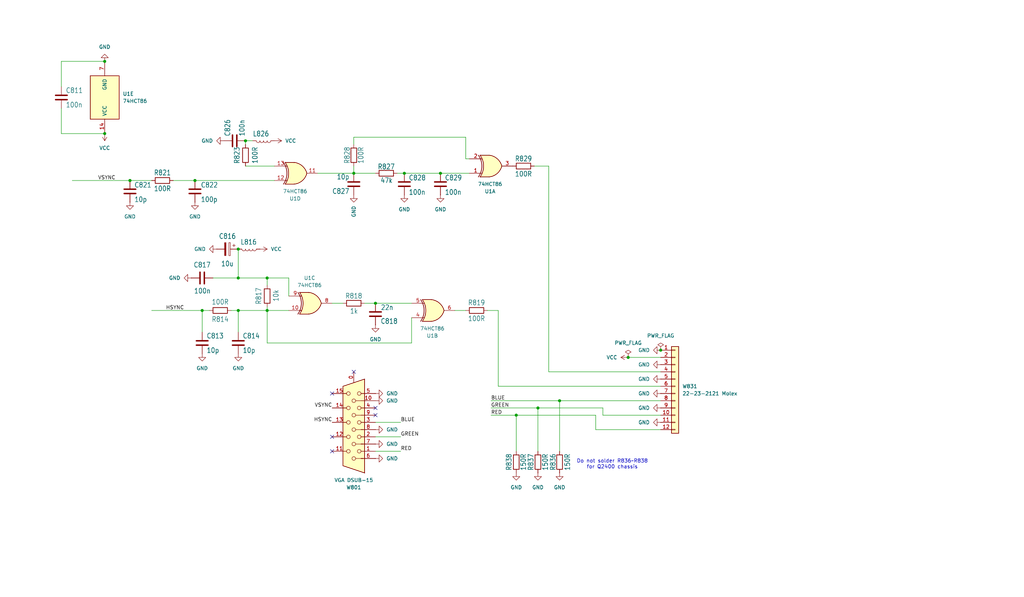
<source format=kicad_sch>
(kicad_sch
	(version 20231120)
	(generator "eeschema")
	(generator_version "8.0")
	(uuid "a1c137e0-772e-4d1d-9f66-964ee6eebaf2")
	(paper "User" 360.223 210.007)
	(lib_symbols
		(symbol "74xx:74HC86"
			(pin_names
				(offset 1.016)
			)
			(exclude_from_sim no)
			(in_bom yes)
			(on_board yes)
			(property "Reference" "U"
				(at 0 1.27 0)
				(effects
					(font
						(size 1.27 1.27)
					)
				)
			)
			(property "Value" "74HC86"
				(at 0 -1.27 0)
				(effects
					(font
						(size 1.27 1.27)
					)
				)
			)
			(property "Footprint" ""
				(at 0 0 0)
				(effects
					(font
						(size 1.27 1.27)
					)
					(hide yes)
				)
			)
			(property "Datasheet" "http://www.ti.com/lit/gpn/sn74HC86"
				(at 0 0 0)
				(effects
					(font
						(size 1.27 1.27)
					)
					(hide yes)
				)
			)
			(property "Description" "Quad 2-input XOR"
				(at 0 0 0)
				(effects
					(font
						(size 1.27 1.27)
					)
					(hide yes)
				)
			)
			(property "ki_locked" ""
				(at 0 0 0)
				(effects
					(font
						(size 1.27 1.27)
					)
				)
			)
			(property "ki_keywords" "TTL XOR2"
				(at 0 0 0)
				(effects
					(font
						(size 1.27 1.27)
					)
					(hide yes)
				)
			)
			(property "ki_fp_filters" "DIP*W7.62mm*"
				(at 0 0 0)
				(effects
					(font
						(size 1.27 1.27)
					)
					(hide yes)
				)
			)
			(symbol "74HC86_1_0"
				(arc
					(start -4.4196 -3.81)
					(mid -3.2033 0)
					(end -4.4196 3.81)
					(stroke
						(width 0.254)
						(type default)
					)
					(fill
						(type none)
					)
				)
				(arc
					(start -3.81 -3.81)
					(mid -2.589 0)
					(end -3.81 3.81)
					(stroke
						(width 0.254)
						(type default)
					)
					(fill
						(type none)
					)
				)
				(arc
					(start -0.6096 -3.81)
					(mid 2.1842 -2.5851)
					(end 3.81 0)
					(stroke
						(width 0.254)
						(type default)
					)
					(fill
						(type background)
					)
				)
				(polyline
					(pts
						(xy -3.81 -3.81) (xy -0.635 -3.81)
					)
					(stroke
						(width 0.254)
						(type default)
					)
					(fill
						(type background)
					)
				)
				(polyline
					(pts
						(xy -3.81 3.81) (xy -0.635 3.81)
					)
					(stroke
						(width 0.254)
						(type default)
					)
					(fill
						(type background)
					)
				)
				(polyline
					(pts
						(xy -0.635 3.81) (xy -3.81 3.81) (xy -3.81 3.81) (xy -3.556 3.4036) (xy -3.0226 2.2606) (xy -2.6924 1.0414)
						(xy -2.6162 -0.254) (xy -2.7686 -1.4986) (xy -3.175 -2.7178) (xy -3.81 -3.81) (xy -3.81 -3.81)
						(xy -0.635 -3.81)
					)
					(stroke
						(width -25.4)
						(type default)
					)
					(fill
						(type background)
					)
				)
				(arc
					(start 3.81 0)
					(mid 2.1915 2.5936)
					(end -0.6096 3.81)
					(stroke
						(width 0.254)
						(type default)
					)
					(fill
						(type background)
					)
				)
				(pin input line
					(at -7.62 2.54 0)
					(length 4.445)
					(name "~"
						(effects
							(font
								(size 1.27 1.27)
							)
						)
					)
					(number "1"
						(effects
							(font
								(size 1.27 1.27)
							)
						)
					)
				)
				(pin input line
					(at -7.62 -2.54 0)
					(length 4.445)
					(name "~"
						(effects
							(font
								(size 1.27 1.27)
							)
						)
					)
					(number "2"
						(effects
							(font
								(size 1.27 1.27)
							)
						)
					)
				)
				(pin output line
					(at 7.62 0 180)
					(length 3.81)
					(name "~"
						(effects
							(font
								(size 1.27 1.27)
							)
						)
					)
					(number "3"
						(effects
							(font
								(size 1.27 1.27)
							)
						)
					)
				)
			)
			(symbol "74HC86_1_1"
				(polyline
					(pts
						(xy -3.81 -2.54) (xy -3.175 -2.54)
					)
					(stroke
						(width 0.1524)
						(type default)
					)
					(fill
						(type none)
					)
				)
				(polyline
					(pts
						(xy -3.81 2.54) (xy -3.175 2.54)
					)
					(stroke
						(width 0.1524)
						(type default)
					)
					(fill
						(type none)
					)
				)
			)
			(symbol "74HC86_2_0"
				(arc
					(start -4.4196 -3.81)
					(mid -3.2033 0)
					(end -4.4196 3.81)
					(stroke
						(width 0.254)
						(type default)
					)
					(fill
						(type none)
					)
				)
				(arc
					(start -3.81 -3.81)
					(mid -2.589 0)
					(end -3.81 3.81)
					(stroke
						(width 0.254)
						(type default)
					)
					(fill
						(type none)
					)
				)
				(arc
					(start -0.6096 -3.81)
					(mid 2.1842 -2.5851)
					(end 3.81 0)
					(stroke
						(width 0.254)
						(type default)
					)
					(fill
						(type background)
					)
				)
				(polyline
					(pts
						(xy -3.81 -3.81) (xy -0.635 -3.81)
					)
					(stroke
						(width 0.254)
						(type default)
					)
					(fill
						(type background)
					)
				)
				(polyline
					(pts
						(xy -3.81 3.81) (xy -0.635 3.81)
					)
					(stroke
						(width 0.254)
						(type default)
					)
					(fill
						(type background)
					)
				)
				(polyline
					(pts
						(xy -0.635 3.81) (xy -3.81 3.81) (xy -3.81 3.81) (xy -3.556 3.4036) (xy -3.0226 2.2606) (xy -2.6924 1.0414)
						(xy -2.6162 -0.254) (xy -2.7686 -1.4986) (xy -3.175 -2.7178) (xy -3.81 -3.81) (xy -3.81 -3.81)
						(xy -0.635 -3.81)
					)
					(stroke
						(width -25.4)
						(type default)
					)
					(fill
						(type background)
					)
				)
				(arc
					(start 3.81 0)
					(mid 2.1915 2.5936)
					(end -0.6096 3.81)
					(stroke
						(width 0.254)
						(type default)
					)
					(fill
						(type background)
					)
				)
				(pin input line
					(at -7.62 2.54 0)
					(length 4.445)
					(name "~"
						(effects
							(font
								(size 1.27 1.27)
							)
						)
					)
					(number "4"
						(effects
							(font
								(size 1.27 1.27)
							)
						)
					)
				)
				(pin input line
					(at -7.62 -2.54 0)
					(length 4.445)
					(name "~"
						(effects
							(font
								(size 1.27 1.27)
							)
						)
					)
					(number "5"
						(effects
							(font
								(size 1.27 1.27)
							)
						)
					)
				)
				(pin output line
					(at 7.62 0 180)
					(length 3.81)
					(name "~"
						(effects
							(font
								(size 1.27 1.27)
							)
						)
					)
					(number "6"
						(effects
							(font
								(size 1.27 1.27)
							)
						)
					)
				)
			)
			(symbol "74HC86_2_1"
				(polyline
					(pts
						(xy -3.81 -2.54) (xy -3.175 -2.54)
					)
					(stroke
						(width 0.1524)
						(type default)
					)
					(fill
						(type none)
					)
				)
				(polyline
					(pts
						(xy -3.81 2.54) (xy -3.175 2.54)
					)
					(stroke
						(width 0.1524)
						(type default)
					)
					(fill
						(type none)
					)
				)
			)
			(symbol "74HC86_3_0"
				(arc
					(start -4.4196 -3.81)
					(mid -3.2033 0)
					(end -4.4196 3.81)
					(stroke
						(width 0.254)
						(type default)
					)
					(fill
						(type none)
					)
				)
				(arc
					(start -3.81 -3.81)
					(mid -2.589 0)
					(end -3.81 3.81)
					(stroke
						(width 0.254)
						(type default)
					)
					(fill
						(type none)
					)
				)
				(arc
					(start -0.6096 -3.81)
					(mid 2.1842 -2.5851)
					(end 3.81 0)
					(stroke
						(width 0.254)
						(type default)
					)
					(fill
						(type background)
					)
				)
				(polyline
					(pts
						(xy -3.81 -3.81) (xy -0.635 -3.81)
					)
					(stroke
						(width 0.254)
						(type default)
					)
					(fill
						(type background)
					)
				)
				(polyline
					(pts
						(xy -3.81 3.81) (xy -0.635 3.81)
					)
					(stroke
						(width 0.254)
						(type default)
					)
					(fill
						(type background)
					)
				)
				(polyline
					(pts
						(xy -0.635 3.81) (xy -3.81 3.81) (xy -3.81 3.81) (xy -3.556 3.4036) (xy -3.0226 2.2606) (xy -2.6924 1.0414)
						(xy -2.6162 -0.254) (xy -2.7686 -1.4986) (xy -3.175 -2.7178) (xy -3.81 -3.81) (xy -3.81 -3.81)
						(xy -0.635 -3.81)
					)
					(stroke
						(width -25.4)
						(type default)
					)
					(fill
						(type background)
					)
				)
				(arc
					(start 3.81 0)
					(mid 2.1915 2.5936)
					(end -0.6096 3.81)
					(stroke
						(width 0.254)
						(type default)
					)
					(fill
						(type background)
					)
				)
				(pin input line
					(at -7.62 -2.54 0)
					(length 4.445)
					(name "~"
						(effects
							(font
								(size 1.27 1.27)
							)
						)
					)
					(number "10"
						(effects
							(font
								(size 1.27 1.27)
							)
						)
					)
				)
				(pin output line
					(at 7.62 0 180)
					(length 3.81)
					(name "~"
						(effects
							(font
								(size 1.27 1.27)
							)
						)
					)
					(number "8"
						(effects
							(font
								(size 1.27 1.27)
							)
						)
					)
				)
				(pin input line
					(at -7.62 2.54 0)
					(length 4.445)
					(name "~"
						(effects
							(font
								(size 1.27 1.27)
							)
						)
					)
					(number "9"
						(effects
							(font
								(size 1.27 1.27)
							)
						)
					)
				)
			)
			(symbol "74HC86_3_1"
				(polyline
					(pts
						(xy -3.81 -2.54) (xy -3.175 -2.54)
					)
					(stroke
						(width 0.1524)
						(type default)
					)
					(fill
						(type none)
					)
				)
				(polyline
					(pts
						(xy -3.81 2.54) (xy -3.175 2.54)
					)
					(stroke
						(width 0.1524)
						(type default)
					)
					(fill
						(type none)
					)
				)
			)
			(symbol "74HC86_4_0"
				(arc
					(start -4.4196 -3.81)
					(mid -3.2033 0)
					(end -4.4196 3.81)
					(stroke
						(width 0.254)
						(type default)
					)
					(fill
						(type none)
					)
				)
				(arc
					(start -3.81 -3.81)
					(mid -2.589 0)
					(end -3.81 3.81)
					(stroke
						(width 0.254)
						(type default)
					)
					(fill
						(type none)
					)
				)
				(arc
					(start -0.6096 -3.81)
					(mid 2.1842 -2.5851)
					(end 3.81 0)
					(stroke
						(width 0.254)
						(type default)
					)
					(fill
						(type background)
					)
				)
				(polyline
					(pts
						(xy -3.81 -3.81) (xy -0.635 -3.81)
					)
					(stroke
						(width 0.254)
						(type default)
					)
					(fill
						(type background)
					)
				)
				(polyline
					(pts
						(xy -3.81 3.81) (xy -0.635 3.81)
					)
					(stroke
						(width 0.254)
						(type default)
					)
					(fill
						(type background)
					)
				)
				(polyline
					(pts
						(xy -0.635 3.81) (xy -3.81 3.81) (xy -3.81 3.81) (xy -3.556 3.4036) (xy -3.0226 2.2606) (xy -2.6924 1.0414)
						(xy -2.6162 -0.254) (xy -2.7686 -1.4986) (xy -3.175 -2.7178) (xy -3.81 -3.81) (xy -3.81 -3.81)
						(xy -0.635 -3.81)
					)
					(stroke
						(width -25.4)
						(type default)
					)
					(fill
						(type background)
					)
				)
				(arc
					(start 3.81 0)
					(mid 2.1915 2.5936)
					(end -0.6096 3.81)
					(stroke
						(width 0.254)
						(type default)
					)
					(fill
						(type background)
					)
				)
				(pin output line
					(at 7.62 0 180)
					(length 3.81)
					(name "~"
						(effects
							(font
								(size 1.27 1.27)
							)
						)
					)
					(number "11"
						(effects
							(font
								(size 1.27 1.27)
							)
						)
					)
				)
				(pin input line
					(at -7.62 2.54 0)
					(length 4.445)
					(name "~"
						(effects
							(font
								(size 1.27 1.27)
							)
						)
					)
					(number "12"
						(effects
							(font
								(size 1.27 1.27)
							)
						)
					)
				)
				(pin input line
					(at -7.62 -2.54 0)
					(length 4.445)
					(name "~"
						(effects
							(font
								(size 1.27 1.27)
							)
						)
					)
					(number "13"
						(effects
							(font
								(size 1.27 1.27)
							)
						)
					)
				)
			)
			(symbol "74HC86_4_1"
				(polyline
					(pts
						(xy -3.81 -2.54) (xy -3.175 -2.54)
					)
					(stroke
						(width 0.1524)
						(type default)
					)
					(fill
						(type none)
					)
				)
				(polyline
					(pts
						(xy -3.81 2.54) (xy -3.175 2.54)
					)
					(stroke
						(width 0.1524)
						(type default)
					)
					(fill
						(type none)
					)
				)
			)
			(symbol "74HC86_5_0"
				(pin power_in line
					(at 0 12.7 270)
					(length 5.08)
					(name "VCC"
						(effects
							(font
								(size 1.27 1.27)
							)
						)
					)
					(number "14"
						(effects
							(font
								(size 1.27 1.27)
							)
						)
					)
				)
				(pin power_in line
					(at 0 -12.7 90)
					(length 5.08)
					(name "GND"
						(effects
							(font
								(size 1.27 1.27)
							)
						)
					)
					(number "7"
						(effects
							(font
								(size 1.27 1.27)
							)
						)
					)
				)
			)
			(symbol "74HC86_5_1"
				(rectangle
					(start -5.08 7.62)
					(end 5.08 -7.62)
					(stroke
						(width 0.254)
						(type default)
					)
					(fill
						(type background)
					)
				)
			)
		)
		(symbol "Connector:DE15_Receptacle_HighDensity_MountingHoles"
			(pin_names
				(offset 1.016) hide)
			(exclude_from_sim no)
			(in_bom yes)
			(on_board yes)
			(property "Reference" "J"
				(at 0 21.59 0)
				(effects
					(font
						(size 1.27 1.27)
					)
				)
			)
			(property "Value" "DE15_Receptacle_HighDensity_MountingHoles"
				(at 0 19.05 0)
				(effects
					(font
						(size 1.27 1.27)
					)
				)
			)
			(property "Footprint" ""
				(at -24.13 10.16 0)
				(effects
					(font
						(size 1.27 1.27)
					)
					(hide yes)
				)
			)
			(property "Datasheet" " ~"
				(at -24.13 10.16 0)
				(effects
					(font
						(size 1.27 1.27)
					)
					(hide yes)
				)
			)
			(property "Description" "15-pin female receptacle socket D-SUB connector, High density (3 columns), Triple Row, Generic, VGA-connector, Mounting Hole"
				(at 0 0 0)
				(effects
					(font
						(size 1.27 1.27)
					)
					(hide yes)
				)
			)
			(property "ki_keywords" "connector receptacle de15 female D-SUB VGA"
				(at 0 0 0)
				(effects
					(font
						(size 1.27 1.27)
					)
					(hide yes)
				)
			)
			(property "ki_fp_filters" "DSUB*Female*"
				(at 0 0 0)
				(effects
					(font
						(size 1.27 1.27)
					)
					(hide yes)
				)
			)
			(symbol "DE15_Receptacle_HighDensity_MountingHoles_0_1"
				(circle
					(center -1.905 -10.16)
					(radius 0.635)
					(stroke
						(width 0)
						(type default)
					)
					(fill
						(type none)
					)
				)
				(circle
					(center -1.905 -5.08)
					(radius 0.635)
					(stroke
						(width 0)
						(type default)
					)
					(fill
						(type none)
					)
				)
				(circle
					(center -1.905 0)
					(radius 0.635)
					(stroke
						(width 0)
						(type default)
					)
					(fill
						(type none)
					)
				)
				(circle
					(center -1.905 5.08)
					(radius 0.635)
					(stroke
						(width 0)
						(type default)
					)
					(fill
						(type none)
					)
				)
				(circle
					(center -1.905 10.16)
					(radius 0.635)
					(stroke
						(width 0)
						(type default)
					)
					(fill
						(type none)
					)
				)
				(circle
					(center 0 -7.62)
					(radius 0.635)
					(stroke
						(width 0)
						(type default)
					)
					(fill
						(type none)
					)
				)
				(circle
					(center 0 -2.54)
					(radius 0.635)
					(stroke
						(width 0)
						(type default)
					)
					(fill
						(type none)
					)
				)
				(polyline
					(pts
						(xy -3.175 7.62) (xy -0.635 7.62)
					)
					(stroke
						(width 0)
						(type default)
					)
					(fill
						(type none)
					)
				)
				(polyline
					(pts
						(xy -0.635 -7.62) (xy -3.175 -7.62)
					)
					(stroke
						(width 0)
						(type default)
					)
					(fill
						(type none)
					)
				)
				(polyline
					(pts
						(xy -0.635 -2.54) (xy -3.175 -2.54)
					)
					(stroke
						(width 0)
						(type default)
					)
					(fill
						(type none)
					)
				)
				(polyline
					(pts
						(xy -0.635 2.54) (xy -3.175 2.54)
					)
					(stroke
						(width 0)
						(type default)
					)
					(fill
						(type none)
					)
				)
				(polyline
					(pts
						(xy -0.635 12.7) (xy -3.175 12.7)
					)
					(stroke
						(width 0)
						(type default)
					)
					(fill
						(type none)
					)
				)
				(polyline
					(pts
						(xy -3.81 17.78) (xy -3.81 -15.24) (xy 3.81 -12.7) (xy 3.81 15.24) (xy -3.81 17.78)
					)
					(stroke
						(width 0.254)
						(type default)
					)
					(fill
						(type background)
					)
				)
				(circle
					(center 0 2.54)
					(radius 0.635)
					(stroke
						(width 0)
						(type default)
					)
					(fill
						(type none)
					)
				)
				(circle
					(center 0 7.62)
					(radius 0.635)
					(stroke
						(width 0)
						(type default)
					)
					(fill
						(type none)
					)
				)
				(circle
					(center 0 12.7)
					(radius 0.635)
					(stroke
						(width 0)
						(type default)
					)
					(fill
						(type none)
					)
				)
				(circle
					(center 1.905 -10.16)
					(radius 0.635)
					(stroke
						(width 0)
						(type default)
					)
					(fill
						(type none)
					)
				)
				(circle
					(center 1.905 -5.08)
					(radius 0.635)
					(stroke
						(width 0)
						(type default)
					)
					(fill
						(type none)
					)
				)
				(circle
					(center 1.905 0)
					(radius 0.635)
					(stroke
						(width 0)
						(type default)
					)
					(fill
						(type none)
					)
				)
				(circle
					(center 1.905 5.08)
					(radius 0.635)
					(stroke
						(width 0)
						(type default)
					)
					(fill
						(type none)
					)
				)
				(circle
					(center 1.905 10.16)
					(radius 0.635)
					(stroke
						(width 0)
						(type default)
					)
					(fill
						(type none)
					)
				)
			)
			(symbol "DE15_Receptacle_HighDensity_MountingHoles_1_1"
				(pin passive line
					(at 0 -17.78 90)
					(length 3.81)
					(name "~"
						(effects
							(font
								(size 1.27 1.27)
							)
						)
					)
					(number "0"
						(effects
							(font
								(size 1.27 1.27)
							)
						)
					)
				)
				(pin passive line
					(at -7.62 10.16 0)
					(length 5.08)
					(name "~"
						(effects
							(font
								(size 1.27 1.27)
							)
						)
					)
					(number "1"
						(effects
							(font
								(size 1.27 1.27)
							)
						)
					)
				)
				(pin passive line
					(at -7.62 -7.62 0)
					(length 5.08)
					(name "~"
						(effects
							(font
								(size 1.27 1.27)
							)
						)
					)
					(number "10"
						(effects
							(font
								(size 1.27 1.27)
							)
						)
					)
				)
				(pin passive line
					(at 7.62 10.16 180)
					(length 5.08)
					(name "~"
						(effects
							(font
								(size 1.27 1.27)
							)
						)
					)
					(number "11"
						(effects
							(font
								(size 1.27 1.27)
							)
						)
					)
				)
				(pin passive line
					(at 7.62 5.08 180)
					(length 5.08)
					(name "~"
						(effects
							(font
								(size 1.27 1.27)
							)
						)
					)
					(number "12"
						(effects
							(font
								(size 1.27 1.27)
							)
						)
					)
				)
				(pin passive line
					(at 7.62 0 180)
					(length 5.08)
					(name "~"
						(effects
							(font
								(size 1.27 1.27)
							)
						)
					)
					(number "13"
						(effects
							(font
								(size 1.27 1.27)
							)
						)
					)
				)
				(pin passive line
					(at 7.62 -5.08 180)
					(length 5.08)
					(name "~"
						(effects
							(font
								(size 1.27 1.27)
							)
						)
					)
					(number "14"
						(effects
							(font
								(size 1.27 1.27)
							)
						)
					)
				)
				(pin passive line
					(at 7.62 -10.16 180)
					(length 5.08)
					(name "~"
						(effects
							(font
								(size 1.27 1.27)
							)
						)
					)
					(number "15"
						(effects
							(font
								(size 1.27 1.27)
							)
						)
					)
				)
				(pin passive line
					(at -7.62 5.08 0)
					(length 5.08)
					(name "~"
						(effects
							(font
								(size 1.27 1.27)
							)
						)
					)
					(number "2"
						(effects
							(font
								(size 1.27 1.27)
							)
						)
					)
				)
				(pin passive line
					(at -7.62 0 0)
					(length 5.08)
					(name "~"
						(effects
							(font
								(size 1.27 1.27)
							)
						)
					)
					(number "3"
						(effects
							(font
								(size 1.27 1.27)
							)
						)
					)
				)
				(pin passive line
					(at -7.62 -5.08 0)
					(length 5.08)
					(name "~"
						(effects
							(font
								(size 1.27 1.27)
							)
						)
					)
					(number "4"
						(effects
							(font
								(size 1.27 1.27)
							)
						)
					)
				)
				(pin passive line
					(at -7.62 -10.16 0)
					(length 5.08)
					(name "~"
						(effects
							(font
								(size 1.27 1.27)
							)
						)
					)
					(number "5"
						(effects
							(font
								(size 1.27 1.27)
							)
						)
					)
				)
				(pin passive line
					(at -7.62 12.7 0)
					(length 5.08)
					(name "~"
						(effects
							(font
								(size 1.27 1.27)
							)
						)
					)
					(number "6"
						(effects
							(font
								(size 1.27 1.27)
							)
						)
					)
				)
				(pin passive line
					(at -7.62 7.62 0)
					(length 5.08)
					(name "~"
						(effects
							(font
								(size 1.27 1.27)
							)
						)
					)
					(number "7"
						(effects
							(font
								(size 1.27 1.27)
							)
						)
					)
				)
				(pin passive line
					(at -7.62 2.54 0)
					(length 5.08)
					(name "~"
						(effects
							(font
								(size 1.27 1.27)
							)
						)
					)
					(number "8"
						(effects
							(font
								(size 1.27 1.27)
							)
						)
					)
				)
				(pin passive line
					(at -7.62 -2.54 0)
					(length 5.08)
					(name "~"
						(effects
							(font
								(size 1.27 1.27)
							)
						)
					)
					(number "9"
						(effects
							(font
								(size 1.27 1.27)
							)
						)
					)
				)
			)
		)
		(symbol "Connector_Generic:Conn_01x12"
			(pin_names
				(offset 1.016) hide)
			(exclude_from_sim no)
			(in_bom yes)
			(on_board yes)
			(property "Reference" "J"
				(at 0 15.24 0)
				(effects
					(font
						(size 1.27 1.27)
					)
				)
			)
			(property "Value" "Conn_01x12"
				(at 0 -17.78 0)
				(effects
					(font
						(size 1.27 1.27)
					)
				)
			)
			(property "Footprint" ""
				(at 0 0 0)
				(effects
					(font
						(size 1.27 1.27)
					)
					(hide yes)
				)
			)
			(property "Datasheet" "~"
				(at 0 0 0)
				(effects
					(font
						(size 1.27 1.27)
					)
					(hide yes)
				)
			)
			(property "Description" "Generic connector, single row, 01x12, script generated (kicad-library-utils/schlib/autogen/connector/)"
				(at 0 0 0)
				(effects
					(font
						(size 1.27 1.27)
					)
					(hide yes)
				)
			)
			(property "ki_keywords" "connector"
				(at 0 0 0)
				(effects
					(font
						(size 1.27 1.27)
					)
					(hide yes)
				)
			)
			(property "ki_fp_filters" "Connector*:*_1x??_*"
				(at 0 0 0)
				(effects
					(font
						(size 1.27 1.27)
					)
					(hide yes)
				)
			)
			(symbol "Conn_01x12_1_1"
				(rectangle
					(start -1.27 -15.113)
					(end 0 -15.367)
					(stroke
						(width 0.1524)
						(type default)
					)
					(fill
						(type none)
					)
				)
				(rectangle
					(start -1.27 -12.573)
					(end 0 -12.827)
					(stroke
						(width 0.1524)
						(type default)
					)
					(fill
						(type none)
					)
				)
				(rectangle
					(start -1.27 -10.033)
					(end 0 -10.287)
					(stroke
						(width 0.1524)
						(type default)
					)
					(fill
						(type none)
					)
				)
				(rectangle
					(start -1.27 -7.493)
					(end 0 -7.747)
					(stroke
						(width 0.1524)
						(type default)
					)
					(fill
						(type none)
					)
				)
				(rectangle
					(start -1.27 -4.953)
					(end 0 -5.207)
					(stroke
						(width 0.1524)
						(type default)
					)
					(fill
						(type none)
					)
				)
				(rectangle
					(start -1.27 -2.413)
					(end 0 -2.667)
					(stroke
						(width 0.1524)
						(type default)
					)
					(fill
						(type none)
					)
				)
				(rectangle
					(start -1.27 0.127)
					(end 0 -0.127)
					(stroke
						(width 0.1524)
						(type default)
					)
					(fill
						(type none)
					)
				)
				(rectangle
					(start -1.27 2.667)
					(end 0 2.413)
					(stroke
						(width 0.1524)
						(type default)
					)
					(fill
						(type none)
					)
				)
				(rectangle
					(start -1.27 5.207)
					(end 0 4.953)
					(stroke
						(width 0.1524)
						(type default)
					)
					(fill
						(type none)
					)
				)
				(rectangle
					(start -1.27 7.747)
					(end 0 7.493)
					(stroke
						(width 0.1524)
						(type default)
					)
					(fill
						(type none)
					)
				)
				(rectangle
					(start -1.27 10.287)
					(end 0 10.033)
					(stroke
						(width 0.1524)
						(type default)
					)
					(fill
						(type none)
					)
				)
				(rectangle
					(start -1.27 12.827)
					(end 0 12.573)
					(stroke
						(width 0.1524)
						(type default)
					)
					(fill
						(type none)
					)
				)
				(rectangle
					(start -1.27 13.97)
					(end 1.27 -16.51)
					(stroke
						(width 0.254)
						(type default)
					)
					(fill
						(type background)
					)
				)
				(pin passive line
					(at -5.08 12.7 0)
					(length 3.81)
					(name "Pin_1"
						(effects
							(font
								(size 1.27 1.27)
							)
						)
					)
					(number "1"
						(effects
							(font
								(size 1.27 1.27)
							)
						)
					)
				)
				(pin passive line
					(at -5.08 -10.16 0)
					(length 3.81)
					(name "Pin_10"
						(effects
							(font
								(size 1.27 1.27)
							)
						)
					)
					(number "10"
						(effects
							(font
								(size 1.27 1.27)
							)
						)
					)
				)
				(pin passive line
					(at -5.08 -12.7 0)
					(length 3.81)
					(name "Pin_11"
						(effects
							(font
								(size 1.27 1.27)
							)
						)
					)
					(number "11"
						(effects
							(font
								(size 1.27 1.27)
							)
						)
					)
				)
				(pin passive line
					(at -5.08 -15.24 0)
					(length 3.81)
					(name "Pin_12"
						(effects
							(font
								(size 1.27 1.27)
							)
						)
					)
					(number "12"
						(effects
							(font
								(size 1.27 1.27)
							)
						)
					)
				)
				(pin passive line
					(at -5.08 10.16 0)
					(length 3.81)
					(name "Pin_2"
						(effects
							(font
								(size 1.27 1.27)
							)
						)
					)
					(number "2"
						(effects
							(font
								(size 1.27 1.27)
							)
						)
					)
				)
				(pin passive line
					(at -5.08 7.62 0)
					(length 3.81)
					(name "Pin_3"
						(effects
							(font
								(size 1.27 1.27)
							)
						)
					)
					(number "3"
						(effects
							(font
								(size 1.27 1.27)
							)
						)
					)
				)
				(pin passive line
					(at -5.08 5.08 0)
					(length 3.81)
					(name "Pin_4"
						(effects
							(font
								(size 1.27 1.27)
							)
						)
					)
					(number "4"
						(effects
							(font
								(size 1.27 1.27)
							)
						)
					)
				)
				(pin passive line
					(at -5.08 2.54 0)
					(length 3.81)
					(name "Pin_5"
						(effects
							(font
								(size 1.27 1.27)
							)
						)
					)
					(number "5"
						(effects
							(font
								(size 1.27 1.27)
							)
						)
					)
				)
				(pin passive line
					(at -5.08 0 0)
					(length 3.81)
					(name "Pin_6"
						(effects
							(font
								(size 1.27 1.27)
							)
						)
					)
					(number "6"
						(effects
							(font
								(size 1.27 1.27)
							)
						)
					)
				)
				(pin passive line
					(at -5.08 -2.54 0)
					(length 3.81)
					(name "Pin_7"
						(effects
							(font
								(size 1.27 1.27)
							)
						)
					)
					(number "7"
						(effects
							(font
								(size 1.27 1.27)
							)
						)
					)
				)
				(pin passive line
					(at -5.08 -5.08 0)
					(length 3.81)
					(name "Pin_8"
						(effects
							(font
								(size 1.27 1.27)
							)
						)
					)
					(number "8"
						(effects
							(font
								(size 1.27 1.27)
							)
						)
					)
				)
				(pin passive line
					(at -5.08 -7.62 0)
					(length 3.81)
					(name "Pin_9"
						(effects
							(font
								(size 1.27 1.27)
							)
						)
					)
					(number "9"
						(effects
							(font
								(size 1.27 1.27)
							)
						)
					)
				)
			)
		)
		(symbol "Device:C"
			(pin_numbers hide)
			(pin_names
				(offset 0.254)
			)
			(exclude_from_sim no)
			(in_bom yes)
			(on_board yes)
			(property "Reference" "C"
				(at 0.635 2.54 0)
				(effects
					(font
						(size 1.27 1.27)
					)
					(justify left)
				)
			)
			(property "Value" "C"
				(at 0.635 -2.54 0)
				(effects
					(font
						(size 1.27 1.27)
					)
					(justify left)
				)
			)
			(property "Footprint" ""
				(at 0.9652 -3.81 0)
				(effects
					(font
						(size 1.27 1.27)
					)
					(hide yes)
				)
			)
			(property "Datasheet" "~"
				(at 0 0 0)
				(effects
					(font
						(size 1.27 1.27)
					)
					(hide yes)
				)
			)
			(property "Description" "Unpolarized capacitor"
				(at 0 0 0)
				(effects
					(font
						(size 1.27 1.27)
					)
					(hide yes)
				)
			)
			(property "ki_keywords" "cap capacitor"
				(at 0 0 0)
				(effects
					(font
						(size 1.27 1.27)
					)
					(hide yes)
				)
			)
			(property "ki_fp_filters" "C_*"
				(at 0 0 0)
				(effects
					(font
						(size 1.27 1.27)
					)
					(hide yes)
				)
			)
			(symbol "C_0_1"
				(polyline
					(pts
						(xy -2.032 -0.762) (xy 2.032 -0.762)
					)
					(stroke
						(width 0.508)
						(type default)
					)
					(fill
						(type none)
					)
				)
				(polyline
					(pts
						(xy -2.032 0.762) (xy 2.032 0.762)
					)
					(stroke
						(width 0.508)
						(type default)
					)
					(fill
						(type none)
					)
				)
			)
			(symbol "C_1_1"
				(pin passive line
					(at 0 3.81 270)
					(length 2.794)
					(name "~"
						(effects
							(font
								(size 1.27 1.27)
							)
						)
					)
					(number "1"
						(effects
							(font
								(size 1.27 1.27)
							)
						)
					)
				)
				(pin passive line
					(at 0 -3.81 90)
					(length 2.794)
					(name "~"
						(effects
							(font
								(size 1.27 1.27)
							)
						)
					)
					(number "2"
						(effects
							(font
								(size 1.27 1.27)
							)
						)
					)
				)
			)
		)
		(symbol "Device:C_Polarized"
			(pin_numbers hide)
			(pin_names
				(offset 0.254)
			)
			(exclude_from_sim no)
			(in_bom yes)
			(on_board yes)
			(property "Reference" "C"
				(at 0.635 2.54 0)
				(effects
					(font
						(size 1.27 1.27)
					)
					(justify left)
				)
			)
			(property "Value" "C_Polarized"
				(at 0.635 -2.54 0)
				(effects
					(font
						(size 1.27 1.27)
					)
					(justify left)
				)
			)
			(property "Footprint" ""
				(at 0.9652 -3.81 0)
				(effects
					(font
						(size 1.27 1.27)
					)
					(hide yes)
				)
			)
			(property "Datasheet" "~"
				(at 0 0 0)
				(effects
					(font
						(size 1.27 1.27)
					)
					(hide yes)
				)
			)
			(property "Description" "Polarized capacitor"
				(at 0 0 0)
				(effects
					(font
						(size 1.27 1.27)
					)
					(hide yes)
				)
			)
			(property "ki_keywords" "cap capacitor"
				(at 0 0 0)
				(effects
					(font
						(size 1.27 1.27)
					)
					(hide yes)
				)
			)
			(property "ki_fp_filters" "CP_*"
				(at 0 0 0)
				(effects
					(font
						(size 1.27 1.27)
					)
					(hide yes)
				)
			)
			(symbol "C_Polarized_0_1"
				(rectangle
					(start -2.286 0.508)
					(end 2.286 1.016)
					(stroke
						(width 0)
						(type default)
					)
					(fill
						(type none)
					)
				)
				(polyline
					(pts
						(xy -1.778 2.286) (xy -0.762 2.286)
					)
					(stroke
						(width 0)
						(type default)
					)
					(fill
						(type none)
					)
				)
				(polyline
					(pts
						(xy -1.27 2.794) (xy -1.27 1.778)
					)
					(stroke
						(width 0)
						(type default)
					)
					(fill
						(type none)
					)
				)
				(rectangle
					(start 2.286 -0.508)
					(end -2.286 -1.016)
					(stroke
						(width 0)
						(type default)
					)
					(fill
						(type outline)
					)
				)
			)
			(symbol "C_Polarized_1_1"
				(pin passive line
					(at 0 3.81 270)
					(length 2.794)
					(name "~"
						(effects
							(font
								(size 1.27 1.27)
							)
						)
					)
					(number "1"
						(effects
							(font
								(size 1.27 1.27)
							)
						)
					)
				)
				(pin passive line
					(at 0 -3.81 90)
					(length 2.794)
					(name "~"
						(effects
							(font
								(size 1.27 1.27)
							)
						)
					)
					(number "2"
						(effects
							(font
								(size 1.27 1.27)
							)
						)
					)
				)
			)
		)
		(symbol "Device:L"
			(pin_numbers hide)
			(pin_names
				(offset 1.016) hide)
			(exclude_from_sim no)
			(in_bom yes)
			(on_board yes)
			(property "Reference" "L"
				(at -1.27 0 90)
				(effects
					(font
						(size 1.27 1.27)
					)
				)
			)
			(property "Value" "L"
				(at 1.905 0 90)
				(effects
					(font
						(size 1.27 1.27)
					)
				)
			)
			(property "Footprint" ""
				(at 0 0 0)
				(effects
					(font
						(size 1.27 1.27)
					)
					(hide yes)
				)
			)
			(property "Datasheet" "~"
				(at 0 0 0)
				(effects
					(font
						(size 1.27 1.27)
					)
					(hide yes)
				)
			)
			(property "Description" "Inductor"
				(at 0 0 0)
				(effects
					(font
						(size 1.27 1.27)
					)
					(hide yes)
				)
			)
			(property "ki_keywords" "inductor choke coil reactor magnetic"
				(at 0 0 0)
				(effects
					(font
						(size 1.27 1.27)
					)
					(hide yes)
				)
			)
			(property "ki_fp_filters" "Choke_* *Coil* Inductor_* L_*"
				(at 0 0 0)
				(effects
					(font
						(size 1.27 1.27)
					)
					(hide yes)
				)
			)
			(symbol "L_0_1"
				(arc
					(start 0 -2.54)
					(mid 0.6323 -1.905)
					(end 0 -1.27)
					(stroke
						(width 0)
						(type default)
					)
					(fill
						(type none)
					)
				)
				(arc
					(start 0 -1.27)
					(mid 0.6323 -0.635)
					(end 0 0)
					(stroke
						(width 0)
						(type default)
					)
					(fill
						(type none)
					)
				)
				(arc
					(start 0 0)
					(mid 0.6323 0.635)
					(end 0 1.27)
					(stroke
						(width 0)
						(type default)
					)
					(fill
						(type none)
					)
				)
				(arc
					(start 0 1.27)
					(mid 0.6323 1.905)
					(end 0 2.54)
					(stroke
						(width 0)
						(type default)
					)
					(fill
						(type none)
					)
				)
			)
			(symbol "L_1_1"
				(pin passive line
					(at 0 3.81 270)
					(length 1.27)
					(name "1"
						(effects
							(font
								(size 1.27 1.27)
							)
						)
					)
					(number "1"
						(effects
							(font
								(size 1.27 1.27)
							)
						)
					)
				)
				(pin passive line
					(at 0 -3.81 90)
					(length 1.27)
					(name "2"
						(effects
							(font
								(size 1.27 1.27)
							)
						)
					)
					(number "2"
						(effects
							(font
								(size 1.27 1.27)
							)
						)
					)
				)
			)
		)
		(symbol "Device:R"
			(pin_numbers hide)
			(pin_names
				(offset 0)
			)
			(exclude_from_sim no)
			(in_bom yes)
			(on_board yes)
			(property "Reference" "R"
				(at 2.032 0 90)
				(effects
					(font
						(size 1.27 1.27)
					)
				)
			)
			(property "Value" "R"
				(at 0 0 90)
				(effects
					(font
						(size 1.27 1.27)
					)
				)
			)
			(property "Footprint" ""
				(at -1.778 0 90)
				(effects
					(font
						(size 1.27 1.27)
					)
					(hide yes)
				)
			)
			(property "Datasheet" "~"
				(at 0 0 0)
				(effects
					(font
						(size 1.27 1.27)
					)
					(hide yes)
				)
			)
			(property "Description" "Resistor"
				(at 0 0 0)
				(effects
					(font
						(size 1.27 1.27)
					)
					(hide yes)
				)
			)
			(property "ki_keywords" "R res resistor"
				(at 0 0 0)
				(effects
					(font
						(size 1.27 1.27)
					)
					(hide yes)
				)
			)
			(property "ki_fp_filters" "R_*"
				(at 0 0 0)
				(effects
					(font
						(size 1.27 1.27)
					)
					(hide yes)
				)
			)
			(symbol "R_0_1"
				(rectangle
					(start -1.016 -2.54)
					(end 1.016 2.54)
					(stroke
						(width 0.254)
						(type default)
					)
					(fill
						(type none)
					)
				)
			)
			(symbol "R_1_1"
				(pin passive line
					(at 0 3.81 270)
					(length 1.27)
					(name "~"
						(effects
							(font
								(size 1.27 1.27)
							)
						)
					)
					(number "1"
						(effects
							(font
								(size 1.27 1.27)
							)
						)
					)
				)
				(pin passive line
					(at 0 -3.81 90)
					(length 1.27)
					(name "~"
						(effects
							(font
								(size 1.27 1.27)
							)
						)
					)
					(number "2"
						(effects
							(font
								(size 1.27 1.27)
							)
						)
					)
				)
			)
		)
		(symbol "power:GND"
			(power)
			(pin_numbers hide)
			(pin_names
				(offset 0) hide)
			(exclude_from_sim no)
			(in_bom yes)
			(on_board yes)
			(property "Reference" "#PWR"
				(at 0 -6.35 0)
				(effects
					(font
						(size 1.27 1.27)
					)
					(hide yes)
				)
			)
			(property "Value" "GND"
				(at 0 -3.81 0)
				(effects
					(font
						(size 1.27 1.27)
					)
				)
			)
			(property "Footprint" ""
				(at 0 0 0)
				(effects
					(font
						(size 1.27 1.27)
					)
					(hide yes)
				)
			)
			(property "Datasheet" ""
				(at 0 0 0)
				(effects
					(font
						(size 1.27 1.27)
					)
					(hide yes)
				)
			)
			(property "Description" "Power symbol creates a global label with name \"GND\" , ground"
				(at 0 0 0)
				(effects
					(font
						(size 1.27 1.27)
					)
					(hide yes)
				)
			)
			(property "ki_keywords" "global power"
				(at 0 0 0)
				(effects
					(font
						(size 1.27 1.27)
					)
					(hide yes)
				)
			)
			(symbol "GND_0_1"
				(polyline
					(pts
						(xy 0 0) (xy 0 -1.27) (xy 1.27 -1.27) (xy 0 -2.54) (xy -1.27 -1.27) (xy 0 -1.27)
					)
					(stroke
						(width 0)
						(type default)
					)
					(fill
						(type none)
					)
				)
			)
			(symbol "GND_1_1"
				(pin power_in line
					(at 0 0 270)
					(length 0)
					(name "~"
						(effects
							(font
								(size 1.27 1.27)
							)
						)
					)
					(number "1"
						(effects
							(font
								(size 1.27 1.27)
							)
						)
					)
				)
			)
		)
		(symbol "power:PWR_FLAG"
			(power)
			(pin_numbers hide)
			(pin_names
				(offset 0) hide)
			(exclude_from_sim no)
			(in_bom yes)
			(on_board yes)
			(property "Reference" "#FLG"
				(at 0 1.905 0)
				(effects
					(font
						(size 1.27 1.27)
					)
					(hide yes)
				)
			)
			(property "Value" "PWR_FLAG"
				(at 0 3.81 0)
				(effects
					(font
						(size 1.27 1.27)
					)
				)
			)
			(property "Footprint" ""
				(at 0 0 0)
				(effects
					(font
						(size 1.27 1.27)
					)
					(hide yes)
				)
			)
			(property "Datasheet" "~"
				(at 0 0 0)
				(effects
					(font
						(size 1.27 1.27)
					)
					(hide yes)
				)
			)
			(property "Description" "Special symbol for telling ERC where power comes from"
				(at 0 0 0)
				(effects
					(font
						(size 1.27 1.27)
					)
					(hide yes)
				)
			)
			(property "ki_keywords" "flag power"
				(at 0 0 0)
				(effects
					(font
						(size 1.27 1.27)
					)
					(hide yes)
				)
			)
			(symbol "PWR_FLAG_0_0"
				(pin power_out line
					(at 0 0 90)
					(length 0)
					(name "~"
						(effects
							(font
								(size 1.27 1.27)
							)
						)
					)
					(number "1"
						(effects
							(font
								(size 1.27 1.27)
							)
						)
					)
				)
			)
			(symbol "PWR_FLAG_0_1"
				(polyline
					(pts
						(xy 0 0) (xy 0 1.27) (xy -1.016 1.905) (xy 0 2.54) (xy 1.016 1.905) (xy 0 1.27)
					)
					(stroke
						(width 0)
						(type default)
					)
					(fill
						(type none)
					)
				)
			)
		)
		(symbol "power:VCC"
			(power)
			(pin_numbers hide)
			(pin_names
				(offset 0) hide)
			(exclude_from_sim no)
			(in_bom yes)
			(on_board yes)
			(property "Reference" "#PWR"
				(at 0 -3.81 0)
				(effects
					(font
						(size 1.27 1.27)
					)
					(hide yes)
				)
			)
			(property "Value" "VCC"
				(at 0 3.556 0)
				(effects
					(font
						(size 1.27 1.27)
					)
				)
			)
			(property "Footprint" ""
				(at 0 0 0)
				(effects
					(font
						(size 1.27 1.27)
					)
					(hide yes)
				)
			)
			(property "Datasheet" ""
				(at 0 0 0)
				(effects
					(font
						(size 1.27 1.27)
					)
					(hide yes)
				)
			)
			(property "Description" "Power symbol creates a global label with name \"VCC\""
				(at 0 0 0)
				(effects
					(font
						(size 1.27 1.27)
					)
					(hide yes)
				)
			)
			(property "ki_keywords" "global power"
				(at 0 0 0)
				(effects
					(font
						(size 1.27 1.27)
					)
					(hide yes)
				)
			)
			(symbol "VCC_0_1"
				(polyline
					(pts
						(xy -0.762 1.27) (xy 0 2.54)
					)
					(stroke
						(width 0)
						(type default)
					)
					(fill
						(type none)
					)
				)
				(polyline
					(pts
						(xy 0 0) (xy 0 2.54)
					)
					(stroke
						(width 0)
						(type default)
					)
					(fill
						(type none)
					)
				)
				(polyline
					(pts
						(xy 0 2.54) (xy 0.762 1.27)
					)
					(stroke
						(width 0)
						(type default)
					)
					(fill
						(type none)
					)
				)
			)
			(symbol "VCC_1_1"
				(pin power_in line
					(at 0 0 90)
					(length 0)
					(name "~"
						(effects
							(font
								(size 1.27 1.27)
							)
						)
					)
					(number "1"
						(effects
							(font
								(size 1.27 1.27)
							)
						)
					)
				)
			)
		)
	)
	(junction
		(at 93.98 109.22)
		(diameter 0)
		(color 0 0 0 0)
		(uuid "056a49b7-b091-4a3b-8a21-9ff0294051cc")
	)
	(junction
		(at 196.85 140.97)
		(diameter 0)
		(color 0 0 0 0)
		(uuid "09a0075a-b0c6-4fd5-9929-5199430fc750")
	)
	(junction
		(at 83.82 97.79)
		(diameter 0)
		(color 0 0 0 0)
		(uuid "14498083-b016-4c45-bb99-3abe01f2cd44")
	)
	(junction
		(at 132.08 106.68)
		(diameter 0)
		(color 0 0 0 0)
		(uuid "16a3afad-4d41-45a3-ac40-502cbe6f0178")
	)
	(junction
		(at 86.36 49.53)
		(diameter 0)
		(color 0 0 0 0)
		(uuid "1f618b46-2b4a-4292-8c5e-17bdd448ac73")
	)
	(junction
		(at 36.83 46.99)
		(diameter 0)
		(color 0 0 0 0)
		(uuid "244480e6-947a-4d73-a9a4-9e3237c0f992")
	)
	(junction
		(at 232.41 123.19)
		(diameter 0)
		(color 0 0 0 0)
		(uuid "2a44b754-48aa-4d47-9fee-33ba48650be5")
	)
	(junction
		(at 83.82 109.22)
		(diameter 0)
		(color 0 0 0 0)
		(uuid "44b3607e-d5ca-48e6-bbe1-650771229f24")
	)
	(junction
		(at 93.98 97.79)
		(diameter 0)
		(color 0 0 0 0)
		(uuid "4858f8bc-c4d8-466c-9dbe-3fcb5f390bf3")
	)
	(junction
		(at 142.24 60.96)
		(diameter 0)
		(color 0 0 0 0)
		(uuid "5c84da69-9846-476e-9655-481a2730f2d9")
	)
	(junction
		(at 68.58 63.5)
		(diameter 0)
		(color 0 0 0 0)
		(uuid "62de2224-1552-402e-bef8-49cf231a23f6")
	)
	(junction
		(at 83.82 87.63)
		(diameter 0)
		(color 0 0 0 0)
		(uuid "8b54655d-10b7-41b2-8272-49dbfcaf7a29")
	)
	(junction
		(at 71.12 109.22)
		(diameter 0)
		(color 0 0 0 0)
		(uuid "b4123c17-55ca-41a7-b72e-3797fc797140")
	)
	(junction
		(at 45.72 63.5)
		(diameter 0)
		(color 0 0 0 0)
		(uuid "bec55eff-c1d3-4c26-aad8-1f456f2c8b7a")
	)
	(junction
		(at 181.61 146.05)
		(diameter 0)
		(color 0 0 0 0)
		(uuid "c03a0453-ae35-46a0-8b9f-8e79bf273984")
	)
	(junction
		(at 124.46 60.96)
		(diameter 0)
		(color 0 0 0 0)
		(uuid "dba6ada3-cac7-4ae4-89d3-3bd34d0a466c")
	)
	(junction
		(at 220.98 125.73)
		(diameter 0)
		(color 0 0 0 0)
		(uuid "e264cb0e-de34-4c5c-b839-45ed7fafbc81")
	)
	(junction
		(at 36.83 21.59)
		(diameter 0)
		(color 0 0 0 0)
		(uuid "ed566730-db60-4374-bc13-f84c8739a588")
	)
	(junction
		(at 189.23 143.51)
		(diameter 0)
		(color 0 0 0 0)
		(uuid "f4e51112-9b71-4ff6-9707-1eb66cc0e6e6")
	)
	(junction
		(at 154.94 60.96)
		(diameter 0)
		(color 0 0 0 0)
		(uuid "ffbe37a2-a9bb-45fa-b71e-8d15dd79dbb0")
	)
	(no_connect
		(at 116.84 153.67)
		(uuid "17164848-9a04-4f29-83d2-9606cf41efba")
	)
	(no_connect
		(at 116.84 138.43)
		(uuid "2e6ed0c0-9760-41eb-889f-d1e41ea0c9ed")
	)
	(no_connect
		(at 132.08 146.05)
		(uuid "399873d6-10f3-4a44-8bd7-9bda871d5159")
	)
	(no_connect
		(at 116.84 158.75)
		(uuid "57da5355-e25d-492d-9224-640bc6a2188d")
	)
	(no_connect
		(at 124.46 130.81)
		(uuid "8fc8518c-70fb-400c-9394-838269c645b1")
	)
	(no_connect
		(at 132.08 143.51)
		(uuid "a2938678-5bea-442c-afd2-9335ccb0e80d")
	)
	(wire
		(pts
			(xy 140.97 158.75) (xy 132.08 158.75)
		)
		(stroke
			(width 0)
			(type default)
		)
		(uuid "0142907b-d2f1-4190-b3c6-cda59b631e98")
	)
	(wire
		(pts
			(xy 140.97 148.59) (xy 132.08 148.59)
		)
		(stroke
			(width 0)
			(type default)
		)
		(uuid "0a096ff3-23e9-4573-ac6a-9ae66d474d81")
	)
	(wire
		(pts
			(xy 93.98 107.95) (xy 93.98 109.22)
		)
		(stroke
			(width 0)
			(type default)
		)
		(uuid "0a9c27f7-de00-475c-8dfc-fbc1e081f4e2")
	)
	(wire
		(pts
			(xy 181.61 146.05) (xy 209.55 146.05)
		)
		(stroke
			(width 0.1524)
			(type solid)
		)
		(uuid "0ee62a40-6196-480f-8272-d3c8ab7c5162")
	)
	(wire
		(pts
			(xy 140.97 153.67) (xy 132.08 153.67)
		)
		(stroke
			(width 0)
			(type default)
		)
		(uuid "17fe9a97-7bdd-476e-8a45-0f67dfab53c0")
	)
	(wire
		(pts
			(xy 212.09 143.51) (xy 212.09 146.05)
		)
		(stroke
			(width 0.1524)
			(type solid)
		)
		(uuid "2341f5e0-51ce-489b-ab61-8dc1cc658e17")
	)
	(wire
		(pts
			(xy 181.61 146.05) (xy 181.61 158.75)
		)
		(stroke
			(width 0.1524)
			(type solid)
		)
		(uuid "28c01821-3965-4daf-b264-60fe860e931a")
	)
	(wire
		(pts
			(xy 187.96 58.42) (xy 193.04 58.42)
		)
		(stroke
			(width 0.1524)
			(type solid)
		)
		(uuid "2acba8d9-3b02-4864-b4d5-b925fbb4d419")
	)
	(wire
		(pts
			(xy 209.55 151.13) (xy 232.41 151.13)
		)
		(stroke
			(width 0.1524)
			(type solid)
		)
		(uuid "35e704f9-0c3b-4199-8bd2-a20d99d566f6")
	)
	(wire
		(pts
			(xy 144.78 111.76) (xy 144.78 120.65)
		)
		(stroke
			(width 0)
			(type default)
		)
		(uuid "375d8cd7-d5a9-46b4-911d-41b7cd980430")
	)
	(wire
		(pts
			(xy 93.98 120.65) (xy 93.98 109.22)
		)
		(stroke
			(width 0)
			(type default)
		)
		(uuid "385edb0e-2f2d-4502-81d8-ad26cd1d7c54")
	)
	(wire
		(pts
			(xy 132.08 106.68) (xy 144.78 106.68)
		)
		(stroke
			(width 0)
			(type default)
		)
		(uuid "3ffd7861-9c43-4a93-8158-f63de3d5da1d")
	)
	(wire
		(pts
			(xy 144.78 120.65) (xy 93.98 120.65)
		)
		(stroke
			(width 0)
			(type default)
		)
		(uuid "46d5eb4a-10f2-44ad-82e8-cdaae2429711")
	)
	(wire
		(pts
			(xy 21.59 21.59) (xy 21.59 30.48)
		)
		(stroke
			(width 0.1524)
			(type solid)
		)
		(uuid "48239044-06ad-483f-a925-75c0a04f82e8")
	)
	(wire
		(pts
			(xy 83.82 109.22) (xy 93.98 109.22)
		)
		(stroke
			(width 0.1524)
			(type solid)
		)
		(uuid "501d15cc-9b53-4e1f-a5dc-b2eae4cd3162")
	)
	(wire
		(pts
			(xy 60.96 63.5) (xy 68.58 63.5)
		)
		(stroke
			(width 0.1524)
			(type solid)
		)
		(uuid "5173cc11-ae69-41c9-a8cf-3fa1a9705cf5")
	)
	(wire
		(pts
			(xy 163.83 48.26) (xy 163.83 55.88)
		)
		(stroke
			(width 0.1524)
			(type solid)
		)
		(uuid "5d6cf1a6-3d51-4491-b3b1-22214d849499")
	)
	(wire
		(pts
			(xy 53.34 109.22) (xy 71.12 109.22)
		)
		(stroke
			(width 0.1524)
			(type solid)
		)
		(uuid "5fd0dbd1-ff9f-4665-be97-0f114f0c0a41")
	)
	(wire
		(pts
			(xy 73.66 109.22) (xy 71.12 109.22)
		)
		(stroke
			(width 0)
			(type default)
		)
		(uuid "602272bc-cf16-407b-aabf-b80098a829b9")
	)
	(wire
		(pts
			(xy 232.41 146.05) (xy 212.09 146.05)
		)
		(stroke
			(width 0.1524)
			(type solid)
		)
		(uuid "67a390e5-ff3f-4524-9013-765dc2d6dff9")
	)
	(wire
		(pts
			(xy 128.27 106.68) (xy 132.08 106.68)
		)
		(stroke
			(width 0.1524)
			(type solid)
		)
		(uuid "682df5c0-8f71-4dd1-9086-8b95981f1843")
	)
	(wire
		(pts
			(xy 25.4 63.5) (xy 45.72 63.5)
		)
		(stroke
			(width 0.1524)
			(type solid)
		)
		(uuid "6ee70555-26a5-4e27-9f1c-497b8df04e77")
	)
	(wire
		(pts
			(xy 163.83 55.88) (xy 165.1 55.88)
		)
		(stroke
			(width 0.1524)
			(type solid)
		)
		(uuid "7069d23e-23d2-42da-8925-aaff5bff8cde")
	)
	(wire
		(pts
			(xy 21.59 21.59) (xy 36.83 21.59)
		)
		(stroke
			(width 0.1524)
			(type solid)
		)
		(uuid "7346e48b-9304-489c-b1a2-daaefbe379ad")
	)
	(wire
		(pts
			(xy 232.41 135.89) (xy 175.26 135.89)
		)
		(stroke
			(width 0.1524)
			(type solid)
		)
		(uuid "73c90ee7-d70e-442c-9fd1-84630d6c6de2")
	)
	(wire
		(pts
			(xy 193.04 130.81) (xy 232.41 130.81)
		)
		(stroke
			(width 0.1524)
			(type solid)
		)
		(uuid "7c7ce809-eca9-4cd4-8f7a-fe7ebbf4ef53")
	)
	(wire
		(pts
			(xy 71.12 109.22) (xy 71.12 116.84)
		)
		(stroke
			(width 0.1524)
			(type solid)
		)
		(uuid "7d07d2e6-8156-4c24-a764-00a9583ae8ff")
	)
	(wire
		(pts
			(xy 83.82 97.79) (xy 83.82 87.63)
		)
		(stroke
			(width 0.1524)
			(type solid)
		)
		(uuid "8010e525-11dc-4ab6-b697-99f4642edb34")
	)
	(wire
		(pts
			(xy 83.82 109.22) (xy 83.82 116.84)
		)
		(stroke
			(width 0.1524)
			(type solid)
		)
		(uuid "811c0563-e0d4-446c-b96d-f4e75232a397")
	)
	(wire
		(pts
			(xy 209.55 146.05) (xy 209.55 151.13)
		)
		(stroke
			(width 0.1524)
			(type solid)
		)
		(uuid "84fb38f5-c86e-411a-a787-fdf81523dbf2")
	)
	(wire
		(pts
			(xy 196.85 140.97) (xy 196.85 158.75)
		)
		(stroke
			(width 0.1524)
			(type solid)
		)
		(uuid "896a76e6-06c3-4483-9618-d3cbcd028632")
	)
	(wire
		(pts
			(xy 175.26 135.89) (xy 175.26 109.22)
		)
		(stroke
			(width 0.1524)
			(type solid)
		)
		(uuid "9023344a-695a-472e-a299-dba403ae7e3c")
	)
	(wire
		(pts
			(xy 93.98 97.79) (xy 101.6 97.79)
		)
		(stroke
			(width 0.1524)
			(type solid)
		)
		(uuid "9295d9ef-ba94-4e28-9de6-ed42c5c81788")
	)
	(wire
		(pts
			(xy 189.23 143.51) (xy 212.09 143.51)
		)
		(stroke
			(width 0.1524)
			(type solid)
		)
		(uuid "9812af29-5cd4-45e4-b5b5-f5ee93a13245")
	)
	(wire
		(pts
			(xy 196.85 140.97) (xy 232.41 140.97)
		)
		(stroke
			(width 0.1524)
			(type solid)
		)
		(uuid "a003cf9f-9ea2-4abc-aafc-ad1f37f5c4d3")
	)
	(wire
		(pts
			(xy 193.04 58.42) (xy 193.04 130.81)
		)
		(stroke
			(width 0.1524)
			(type solid)
		)
		(uuid "a1fa8eac-0d6d-4ced-a020-50c1e997ae92")
	)
	(wire
		(pts
			(xy 86.36 49.53) (xy 88.9 49.53)
		)
		(stroke
			(width 0.1524)
			(type solid)
		)
		(uuid "adb4b473-a22f-4036-8138-dd579aef328b")
	)
	(wire
		(pts
			(xy 172.72 143.51) (xy 189.23 143.51)
		)
		(stroke
			(width 0.1524)
			(type solid)
		)
		(uuid "b671eaaa-21ec-4f6a-9ff3-884f864d6cb1")
	)
	(wire
		(pts
			(xy 68.58 63.5) (xy 96.52 63.5)
		)
		(stroke
			(width 0)
			(type default)
		)
		(uuid "b68e87c4-d6a0-40a9-9276-d84b200d28f2")
	)
	(wire
		(pts
			(xy 101.6 97.79) (xy 101.6 104.14)
		)
		(stroke
			(width 0.1524)
			(type solid)
		)
		(uuid "b723fa91-9c6b-4f27-a255-80958ecc96da")
	)
	(wire
		(pts
			(xy 86.36 49.53) (xy 86.36 50.8)
		)
		(stroke
			(width 0)
			(type default)
		)
		(uuid "b7756e05-5430-4154-823f-bf3284c5a8e0")
	)
	(wire
		(pts
			(xy 124.46 60.96) (xy 132.08 60.96)
		)
		(stroke
			(width 0.1524)
			(type solid)
		)
		(uuid "b792ab2b-b084-4298-8903-369e3dc3ac32")
	)
	(wire
		(pts
			(xy 93.98 97.79) (xy 83.82 97.79)
		)
		(stroke
			(width 0.1524)
			(type solid)
		)
		(uuid "b9dbfacf-5fd7-4460-9955-b29dfbcb73cf")
	)
	(wire
		(pts
			(xy 142.24 60.96) (xy 154.94 60.96)
		)
		(stroke
			(width 0.1524)
			(type solid)
		)
		(uuid "c176e152-0b51-407d-8224-c1e8f043b72e")
	)
	(wire
		(pts
			(xy 124.46 58.42) (xy 124.46 60.96)
		)
		(stroke
			(width 0)
			(type default)
		)
		(uuid "c36b258f-92e6-451e-931e-c271ee43c7df")
	)
	(wire
		(pts
			(xy 160.02 109.22) (xy 163.83 109.22)
		)
		(stroke
			(width 0)
			(type default)
		)
		(uuid "c9bd3a13-8e6e-4492-8e32-04b375038be2")
	)
	(wire
		(pts
			(xy 172.72 146.05) (xy 181.61 146.05)
		)
		(stroke
			(width 0.1524)
			(type solid)
		)
		(uuid "ccda3387-dfe2-4d65-9ed0-f9b0157fffd9")
	)
	(wire
		(pts
			(xy 45.72 63.5) (xy 53.34 63.5)
		)
		(stroke
			(width 0.1524)
			(type solid)
		)
		(uuid "ce8d97e9-c4ae-4d84-b41e-5e57467c41b6")
	)
	(wire
		(pts
			(xy 116.84 106.68) (xy 120.65 106.68)
		)
		(stroke
			(width 0)
			(type default)
		)
		(uuid "cecd0e2b-64b6-451d-8889-da3cb3f59011")
	)
	(wire
		(pts
			(xy 81.28 109.22) (xy 83.82 109.22)
		)
		(stroke
			(width 0.1524)
			(type solid)
		)
		(uuid "cffaffd9-c582-4366-a52d-6ed5bf21e673")
	)
	(wire
		(pts
			(xy 172.72 140.97) (xy 196.85 140.97)
		)
		(stroke
			(width 0.1524)
			(type solid)
		)
		(uuid "d364545d-6d5a-44c2-a087-e3dffd4e66e9")
	)
	(wire
		(pts
			(xy 124.46 60.96) (xy 111.76 60.96)
		)
		(stroke
			(width 0.1524)
			(type solid)
		)
		(uuid "d90d5bad-396a-4115-96c0-dacace443d73")
	)
	(wire
		(pts
			(xy 21.59 38.1) (xy 21.59 46.99)
		)
		(stroke
			(width 0)
			(type default)
		)
		(uuid "da921383-6d1f-4b24-8fd7-62763505d296")
	)
	(wire
		(pts
			(xy 21.59 46.99) (xy 36.83 46.99)
		)
		(stroke
			(width 0)
			(type default)
		)
		(uuid "dae593a7-0e2d-4660-b8c1-0e0b0018e65b")
	)
	(wire
		(pts
			(xy 96.52 58.42) (xy 86.36 58.42)
		)
		(stroke
			(width 0.1524)
			(type solid)
		)
		(uuid "dfdfc0cb-4f4a-4066-b637-fed5d7829053")
	)
	(wire
		(pts
			(xy 124.46 48.26) (xy 163.83 48.26)
		)
		(stroke
			(width 0)
			(type default)
		)
		(uuid "ec705485-4509-425d-9940-d5e25fab76c3")
	)
	(wire
		(pts
			(xy 189.23 143.51) (xy 189.23 158.75)
		)
		(stroke
			(width 0.1524)
			(type solid)
		)
		(uuid "ecaa4165-02dc-4345-86e3-fb0242d316af")
	)
	(wire
		(pts
			(xy 124.46 48.26) (xy 124.46 50.8)
		)
		(stroke
			(width 0)
			(type default)
		)
		(uuid "ed603d5c-99bf-4c68-b98a-0e83db68078a")
	)
	(wire
		(pts
			(xy 93.98 109.22) (xy 101.6 109.22)
		)
		(stroke
			(width 0.1524)
			(type solid)
		)
		(uuid "ee14124c-6775-4a4a-bc88-e54d3bf3bcc8")
	)
	(wire
		(pts
			(xy 139.7 60.96) (xy 142.24 60.96)
		)
		(stroke
			(width 0)
			(type default)
		)
		(uuid "ee1478c8-4f8d-43cb-a1e5-c1836c69f943")
	)
	(wire
		(pts
			(xy 220.98 125.73) (xy 232.41 125.73)
		)
		(stroke
			(width 0)
			(type default)
		)
		(uuid "f49d9b2f-be65-40d0-ab4b-dca3de5298d6")
	)
	(wire
		(pts
			(xy 93.98 97.79) (xy 93.98 100.33)
		)
		(stroke
			(width 0.1524)
			(type solid)
		)
		(uuid "f4c92041-d68d-43dd-a0a1-d08b3462d8eb")
	)
	(wire
		(pts
			(xy 74.93 97.79) (xy 83.82 97.79)
		)
		(stroke
			(width 0)
			(type default)
		)
		(uuid "f5370b14-1050-412a-87e6-89fab188cb57")
	)
	(wire
		(pts
			(xy 154.94 60.96) (xy 165.1 60.96)
		)
		(stroke
			(width 0)
			(type default)
		)
		(uuid "fb4a2c95-8b4a-4bb0-8f1c-8e4794b6353a")
	)
	(wire
		(pts
			(xy 175.26 109.22) (xy 171.45 109.22)
		)
		(stroke
			(width 0.1524)
			(type solid)
		)
		(uuid "fef43351-b8c1-4ba6-b0df-39a456837fc7")
	)
	(text "Do not solder R836~R838\nfor Q2400 chassis"
		(exclude_from_sim no)
		(at 215.392 163.322 0)
		(effects
			(font
				(size 1.27 1.27)
			)
		)
		(uuid "40a4e1c1-2187-4530-95ac-26cacbbca892")
	)
	(label "BLUE"
		(at 172.72 140.97 0)
		(fields_autoplaced yes)
		(effects
			(font
				(size 1.27 1.27)
			)
			(justify left bottom)
		)
		(uuid "0088275a-33af-45b1-8077-68d53aefc8d3")
	)
	(label "GREEN"
		(at 172.72 143.51 0)
		(fields_autoplaced yes)
		(effects
			(font
				(size 1.27 1.27)
			)
			(justify left bottom)
		)
		(uuid "0492b14e-a192-4370-a9b3-b2f9d9a4c727")
	)
	(label "RED"
		(at 140.97 158.75 0)
		(fields_autoplaced yes)
		(effects
			(font
				(size 1.27 1.27)
			)
			(justify left bottom)
		)
		(uuid "1315defa-9c1d-4926-b259-3e4c162ed292")
	)
	(label "HSYNC"
		(at 116.84 148.59 180)
		(fields_autoplaced yes)
		(effects
			(font
				(size 1.27 1.27)
			)
			(justify right bottom)
		)
		(uuid "2d84ce94-288d-493b-9f22-e5b5193d4f86")
	)
	(label "VSYNC"
		(at 40.64 63.5 180)
		(fields_autoplaced yes)
		(effects
			(font
				(size 1.27 1.27)
			)
			(justify right bottom)
		)
		(uuid "2edeb6fb-8306-40da-b3e6-7505a4423e0c")
	)
	(label "RED"
		(at 172.72 146.05 0)
		(fields_autoplaced yes)
		(effects
			(font
				(size 1.27 1.27)
			)
			(justify left bottom)
		)
		(uuid "56e2f927-348b-4293-9a56-b6968cb432f1")
	)
	(label "BLUE"
		(at 140.97 148.59 0)
		(fields_autoplaced yes)
		(effects
			(font
				(size 1.27 1.27)
			)
			(justify left bottom)
		)
		(uuid "7eb0cd67-ee4f-4fb9-be43-750782c44d54")
	)
	(label "HSYNC"
		(at 64.77 109.22 180)
		(fields_autoplaced yes)
		(effects
			(font
				(size 1.27 1.27)
			)
			(justify right bottom)
		)
		(uuid "8f897ed6-39c9-4350-864d-febadd4d6e62")
	)
	(label "VSYNC"
		(at 116.84 143.51 180)
		(fields_autoplaced yes)
		(effects
			(font
				(size 1.27 1.27)
			)
			(justify right bottom)
		)
		(uuid "b3e03f19-6fe2-4d55-9d87-6abee39ffd8e")
	)
	(label "GREEN"
		(at 140.97 153.67 0)
		(fields_autoplaced yes)
		(effects
			(font
				(size 1.27 1.27)
			)
			(justify left bottom)
		)
		(uuid "f281bd93-f4e4-4245-93be-ca456167bcd1")
	)
	(symbol
		(lib_id "Device:L")
		(at 92.71 49.53 270)
		(unit 1)
		(exclude_from_sim no)
		(in_bom yes)
		(on_board yes)
		(dnp no)
		(uuid "08a3b3de-dd62-4fab-92e0-1833a948b9c3")
		(property "Reference" "L826"
			(at 88.9 48.0314 90)
			(effects
				(font
					(size 1.778 1.5113)
				)
				(justify left bottom)
			)
		)
		(property "Value" "4u7"
			(at 88.9 52.832 90)
			(effects
				(font
					(size 1.778 1.5113)
				)
				(justify left bottom)
				(hide yes)
			)
		)
		(property "Footprint" "Inductor_SMD:L_1210_3225Metric_Pad1.42x2.65mm_HandSolder"
			(at 92.71 49.53 0)
			(effects
				(font
					(size 1.27 1.27)
				)
				(hide yes)
			)
		)
		(property "Datasheet" "~"
			(at 92.71 49.53 0)
			(effects
				(font
					(size 1.27 1.27)
				)
				(hide yes)
			)
		)
		(property "Description" "Inductor"
			(at 92.71 49.53 0)
			(effects
				(font
					(size 1.27 1.27)
				)
				(hide yes)
			)
		)
		(pin "2"
			(uuid "d2cbf4e2-db3a-4c92-8718-4f1684765eab")
		)
		(pin "1"
			(uuid "ec347418-32f6-4e5b-be38-04ff0e1db78d")
		)
		(instances
			(project "Loewe VGA"
				(path "/a1c137e0-772e-4d1d-9f66-964ee6eebaf2"
					(reference "L826")
					(unit 1)
				)
			)
		)
	)
	(symbol
		(lib_id "power:PWR_FLAG")
		(at 232.41 123.19 0)
		(unit 1)
		(exclude_from_sim no)
		(in_bom yes)
		(on_board yes)
		(dnp no)
		(fields_autoplaced yes)
		(uuid "0ab3c8bf-34ef-43b6-8d00-bd8d02885caf")
		(property "Reference" "#FLG01"
			(at 232.41 121.285 0)
			(effects
				(font
					(size 1.27 1.27)
				)
				(hide yes)
			)
		)
		(property "Value" "PWR_FLAG"
			(at 232.41 118.11 0)
			(effects
				(font
					(size 1.27 1.27)
				)
			)
		)
		(property "Footprint" ""
			(at 232.41 123.19 0)
			(effects
				(font
					(size 1.27 1.27)
				)
				(hide yes)
			)
		)
		(property "Datasheet" "~"
			(at 232.41 123.19 0)
			(effects
				(font
					(size 1.27 1.27)
				)
				(hide yes)
			)
		)
		(property "Description" "Special symbol for telling ERC where power comes from"
			(at 232.41 123.19 0)
			(effects
				(font
					(size 1.27 1.27)
				)
				(hide yes)
			)
		)
		(pin "1"
			(uuid "b17cd640-c82d-4322-b60a-809f652f0223")
		)
		(instances
			(project "Loewe VGA"
				(path "/a1c137e0-772e-4d1d-9f66-964ee6eebaf2"
					(reference "#FLG01")
					(unit 1)
				)
			)
		)
	)
	(symbol
		(lib_id "Device:R")
		(at 57.15 63.5 270)
		(unit 1)
		(exclude_from_sim no)
		(in_bom yes)
		(on_board yes)
		(dnp no)
		(uuid "155701b2-9382-4e51-8ad5-6e6bc980a2c5")
		(property "Reference" "R821"
			(at 54.102 61.722 90)
			(effects
				(font
					(size 1.778 1.5113)
				)
				(justify left bottom)
			)
		)
		(property "Value" "100R"
			(at 54.102 67.31 90)
			(effects
				(font
					(size 1.778 1.5113)
				)
				(justify left bottom)
			)
		)
		(property "Footprint" "Resistor_SMD:R_0805_2012Metric_Pad1.20x1.40mm_HandSolder"
			(at 57.15 61.722 90)
			(effects
				(font
					(size 1.27 1.27)
				)
				(hide yes)
			)
		)
		(property "Datasheet" "~"
			(at 57.15 63.5 0)
			(effects
				(font
					(size 1.27 1.27)
				)
				(hide yes)
			)
		)
		(property "Description" "Resistor"
			(at 57.15 63.5 0)
			(effects
				(font
					(size 1.27 1.27)
				)
				(hide yes)
			)
		)
		(pin "1"
			(uuid "907e03f1-a576-4918-b6ee-a5f8e1b1a56d")
		)
		(pin "2"
			(uuid "7a330c64-bb66-42b8-8121-8933b68122aa")
		)
		(instances
			(project "Loewe VGA"
				(path "/a1c137e0-772e-4d1d-9f66-964ee6eebaf2"
					(reference "R821")
					(unit 1)
				)
			)
		)
	)
	(symbol
		(lib_id "Device:R")
		(at 184.15 58.42 90)
		(unit 1)
		(exclude_from_sim no)
		(in_bom yes)
		(on_board yes)
		(dnp no)
		(uuid "17f8044c-0658-47b9-93be-98da415d8178")
		(property "Reference" "R829"
			(at 187.198 54.864 90)
			(effects
				(font
					(size 1.778 1.5113)
				)
				(justify left bottom)
			)
		)
		(property "Value" "100R"
			(at 187.198 60.198 90)
			(effects
				(font
					(size 1.778 1.5113)
				)
				(justify left bottom)
			)
		)
		(property "Footprint" "Resistor_SMD:R_0805_2012Metric_Pad1.20x1.40mm_HandSolder"
			(at 184.15 60.198 90)
			(effects
				(font
					(size 1.27 1.27)
				)
				(hide yes)
			)
		)
		(property "Datasheet" "~"
			(at 184.15 58.42 0)
			(effects
				(font
					(size 1.27 1.27)
				)
				(hide yes)
			)
		)
		(property "Description" "Resistor"
			(at 184.15 58.42 0)
			(effects
				(font
					(size 1.27 1.27)
				)
				(hide yes)
			)
		)
		(pin "2"
			(uuid "4183d2cf-f234-4b01-951a-e9f00ba97dc2")
		)
		(pin "1"
			(uuid "152c5fc3-cbd6-497f-9d3d-c71ff35eca49")
		)
		(instances
			(project "Loewe VGA"
				(path "/a1c137e0-772e-4d1d-9f66-964ee6eebaf2"
					(reference "R829")
					(unit 1)
				)
			)
		)
	)
	(symbol
		(lib_id "Device:C")
		(at 68.58 67.31 0)
		(unit 1)
		(exclude_from_sim no)
		(in_bom yes)
		(on_board yes)
		(dnp no)
		(uuid "1a68d3f9-a51d-46b6-a9b5-73b7a02c0c87")
		(property "Reference" "C822"
			(at 70.612 66.04 0)
			(effects
				(font
					(size 1.778 1.5113)
				)
				(justify left bottom)
			)
		)
		(property "Value" "100p"
			(at 70.612 71.12 0)
			(effects
				(font
					(size 1.778 1.5113)
				)
				(justify left bottom)
			)
		)
		(property "Footprint" "Capacitor_SMD:C_0805_2012Metric_Pad1.18x1.45mm_HandSolder"
			(at 69.5452 71.12 0)
			(effects
				(font
					(size 1.27 1.27)
				)
				(hide yes)
			)
		)
		(property "Datasheet" "~"
			(at 68.58 67.31 0)
			(effects
				(font
					(size 1.27 1.27)
				)
				(hide yes)
			)
		)
		(property "Description" "Unpolarized capacitor"
			(at 68.58 67.31 0)
			(effects
				(font
					(size 1.27 1.27)
				)
				(hide yes)
			)
		)
		(pin "1"
			(uuid "75bc92d2-04b0-4692-b738-a5c4944f999b")
		)
		(pin "2"
			(uuid "27a76940-6541-491b-a507-ad99bf37a1f9")
		)
		(instances
			(project "Loewe VGA"
				(path "/a1c137e0-772e-4d1d-9f66-964ee6eebaf2"
					(reference "C822")
					(unit 1)
				)
			)
		)
	)
	(symbol
		(lib_id "power:GND")
		(at 36.83 21.59 180)
		(unit 1)
		(exclude_from_sim no)
		(in_bom yes)
		(on_board yes)
		(dnp no)
		(fields_autoplaced yes)
		(uuid "24a18686-3d78-4add-9386-be33aaa50be2")
		(property "Reference" "#PWR09"
			(at 36.83 15.24 0)
			(effects
				(font
					(size 1.27 1.27)
				)
				(hide yes)
			)
		)
		(property "Value" "GND"
			(at 36.83 16.51 0)
			(effects
				(font
					(size 1.27 1.27)
				)
			)
		)
		(property "Footprint" ""
			(at 36.83 21.59 0)
			(effects
				(font
					(size 1.27 1.27)
				)
				(hide yes)
			)
		)
		(property "Datasheet" ""
			(at 36.83 21.59 0)
			(effects
				(font
					(size 1.27 1.27)
				)
				(hide yes)
			)
		)
		(property "Description" "Power symbol creates a global label with name \"GND\" , ground"
			(at 36.83 21.59 0)
			(effects
				(font
					(size 1.27 1.27)
				)
				(hide yes)
			)
		)
		(pin "1"
			(uuid "dec725e3-1f6e-46c9-9aef-267b7e9b9832")
		)
		(instances
			(project "Loewe VGA"
				(path "/a1c137e0-772e-4d1d-9f66-964ee6eebaf2"
					(reference "#PWR09")
					(unit 1)
				)
			)
		)
	)
	(symbol
		(lib_id "Device:C")
		(at 154.94 64.77 0)
		(unit 1)
		(exclude_from_sim no)
		(in_bom yes)
		(on_board yes)
		(dnp no)
		(uuid "284a6144-5208-4bfb-ba7f-435f16cde653")
		(property "Reference" "C829"
			(at 156.464 63.5 0)
			(effects
				(font
					(size 1.778 1.5113)
				)
				(justify left bottom)
			)
		)
		(property "Value" "100n"
			(at 156.464 68.58 0)
			(effects
				(font
					(size 1.778 1.5113)
				)
				(justify left bottom)
			)
		)
		(property "Footprint" "Capacitor_SMD:C_0805_2012Metric_Pad1.18x1.45mm_HandSolder"
			(at 155.9052 68.58 0)
			(effects
				(font
					(size 1.27 1.27)
				)
				(hide yes)
			)
		)
		(property "Datasheet" "~"
			(at 154.94 64.77 0)
			(effects
				(font
					(size 1.27 1.27)
				)
				(hide yes)
			)
		)
		(property "Description" "Unpolarized capacitor"
			(at 154.94 64.77 0)
			(effects
				(font
					(size 1.27 1.27)
				)
				(hide yes)
			)
		)
		(pin "2"
			(uuid "a02f4ba2-37c6-4795-bd80-15580085a7c7")
		)
		(pin "1"
			(uuid "13a3a188-1039-46c1-ad21-966946afe21f")
		)
		(instances
			(project "Loewe VGA"
				(path "/a1c137e0-772e-4d1d-9f66-964ee6eebaf2"
					(reference "C829")
					(unit 1)
				)
			)
		)
	)
	(symbol
		(lib_id "74xx:74HC86")
		(at 172.72 58.42 0)
		(mirror x)
		(unit 1)
		(exclude_from_sim no)
		(in_bom yes)
		(on_board yes)
		(dnp no)
		(uuid "29c4a46a-b293-4643-86ea-4b51f6b89b8b")
		(property "Reference" "U1"
			(at 172.4152 67.31 0)
			(effects
				(font
					(size 1.27 1.27)
				)
			)
		)
		(property "Value" "74HCT86"
			(at 172.4152 64.77 0)
			(effects
				(font
					(size 1.27 1.27)
				)
			)
		)
		(property "Footprint" "Package_SO:SO-14_3.9x8.65mm_P1.27mm"
			(at 172.72 58.42 0)
			(effects
				(font
					(size 1.27 1.27)
				)
				(hide yes)
			)
		)
		(property "Datasheet" "https://www.ti.com/lit/gpn/CD74HCT86"
			(at 172.72 58.42 0)
			(effects
				(font
					(size 1.27 1.27)
				)
				(hide yes)
			)
		)
		(property "Description" "Quad 2-input XOR"
			(at 172.72 58.42 0)
			(effects
				(font
					(size 1.27 1.27)
				)
				(hide yes)
			)
		)
		(pin "4"
			(uuid "abda9054-3960-4611-a093-6a150c4f1a8a")
		)
		(pin "6"
			(uuid "d0aae362-1664-462c-9830-1660f0739d7d")
		)
		(pin "10"
			(uuid "cebf5e10-370e-4ffc-8990-fecd06d83045")
		)
		(pin "9"
			(uuid "b4f55e8c-6d32-4bd9-ae8b-a803da2607cb")
		)
		(pin "7"
			(uuid "c8e1137a-d5b6-475f-a50c-72d6c5247cc1")
		)
		(pin "2"
			(uuid "ab7e40a1-6063-4992-9fed-4f1265141d49")
		)
		(pin "1"
			(uuid "f07f8447-eced-4a44-8036-cd085a9d5f16")
		)
		(pin "11"
			(uuid "43905493-59cb-44b8-b686-ae8c10f0e27e")
		)
		(pin "3"
			(uuid "b2d9af0e-107d-42d6-b476-258bce087103")
		)
		(pin "8"
			(uuid "5086a4d0-8e50-43c7-89d6-d6ce6b8351d5")
		)
		(pin "13"
			(uuid "ce6a347f-8088-45b2-aed6-8889de9380a7")
		)
		(pin "5"
			(uuid "320af156-ba00-452e-ab5e-4c4ba8b4e475")
		)
		(pin "14"
			(uuid "f6559b68-69fe-4104-b2e6-f1bd0fcf9f04")
		)
		(pin "12"
			(uuid "690a5e35-e052-4905-aa0c-6aa0f1e55eff")
		)
		(instances
			(project "Loewe VGA"
				(path "/a1c137e0-772e-4d1d-9f66-964ee6eebaf2"
					(reference "U1")
					(unit 1)
				)
			)
		)
	)
	(symbol
		(lib_id "Device:C")
		(at 132.08 110.49 180)
		(unit 1)
		(exclude_from_sim no)
		(in_bom yes)
		(on_board yes)
		(dnp no)
		(uuid "2bb4be8c-d288-44c1-a5dc-cc0c2e7d65e0")
		(property "Reference" "C818"
			(at 139.954 112.014 0)
			(effects
				(font
					(size 1.778 1.5113)
				)
				(justify left bottom)
			)
		)
		(property "Value" "22n"
			(at 138.43 107.188 0)
			(effects
				(font
					(size 1.778 1.5113)
				)
				(justify left bottom)
			)
		)
		(property "Footprint" "Capacitor_SMD:C_0805_2012Metric_Pad1.18x1.45mm_HandSolder"
			(at 131.1148 106.68 0)
			(effects
				(font
					(size 1.27 1.27)
				)
				(hide yes)
			)
		)
		(property "Datasheet" "~"
			(at 132.08 110.49 0)
			(effects
				(font
					(size 1.27 1.27)
				)
				(hide yes)
			)
		)
		(property "Description" "Unpolarized capacitor"
			(at 132.08 110.49 0)
			(effects
				(font
					(size 1.27 1.27)
				)
				(hide yes)
			)
		)
		(pin "1"
			(uuid "1afa2b34-7e55-419c-9f80-fd07a63a47e4")
		)
		(pin "2"
			(uuid "196157ec-0ffa-49d7-a8f5-392c04938ebf")
		)
		(instances
			(project "Loewe VGA"
				(path "/a1c137e0-772e-4d1d-9f66-964ee6eebaf2"
					(reference "C818")
					(unit 1)
				)
			)
		)
	)
	(symbol
		(lib_id "power:GND")
		(at 132.08 156.21 90)
		(unit 1)
		(exclude_from_sim no)
		(in_bom yes)
		(on_board yes)
		(dnp no)
		(fields_autoplaced yes)
		(uuid "2ea84d05-a0cb-4612-ac7d-cd081f7367bb")
		(property "Reference" "#PWR031"
			(at 138.43 156.21 0)
			(effects
				(font
					(size 1.27 1.27)
				)
				(hide yes)
			)
		)
		(property "Value" "GND"
			(at 135.89 156.2101 90)
			(effects
				(font
					(size 1.27 1.27)
				)
				(justify right)
			)
		)
		(property "Footprint" ""
			(at 132.08 156.21 0)
			(effects
				(font
					(size 1.27 1.27)
				)
				(hide yes)
			)
		)
		(property "Datasheet" ""
			(at 132.08 156.21 0)
			(effects
				(font
					(size 1.27 1.27)
				)
				(hide yes)
			)
		)
		(property "Description" "Power symbol creates a global label with name \"GND\" , ground"
			(at 132.08 156.21 0)
			(effects
				(font
					(size 1.27 1.27)
				)
				(hide yes)
			)
		)
		(pin "1"
			(uuid "51910028-44a0-4afe-8646-9436bce0d0a2")
		)
		(instances
			(project "Loewe VGA"
				(path "/a1c137e0-772e-4d1d-9f66-964ee6eebaf2"
					(reference "#PWR031")
					(unit 1)
				)
			)
		)
	)
	(symbol
		(lib_id "power:GND")
		(at 68.58 71.12 0)
		(unit 1)
		(exclude_from_sim no)
		(in_bom yes)
		(on_board yes)
		(dnp no)
		(fields_autoplaced yes)
		(uuid "3c6e6347-b3ef-4255-a56d-f76bf7574c4d")
		(property "Reference" "#PWR021"
			(at 68.58 77.47 0)
			(effects
				(font
					(size 1.27 1.27)
				)
				(hide yes)
			)
		)
		(property "Value" "GND"
			(at 68.58 76.2 0)
			(effects
				(font
					(size 1.27 1.27)
				)
			)
		)
		(property "Footprint" ""
			(at 68.58 71.12 0)
			(effects
				(font
					(size 1.27 1.27)
				)
				(hide yes)
			)
		)
		(property "Datasheet" ""
			(at 68.58 71.12 0)
			(effects
				(font
					(size 1.27 1.27)
				)
				(hide yes)
			)
		)
		(property "Description" "Power symbol creates a global label with name \"GND\" , ground"
			(at 68.58 71.12 0)
			(effects
				(font
					(size 1.27 1.27)
				)
				(hide yes)
			)
		)
		(pin "1"
			(uuid "5a6b0f4d-80ae-4063-8f96-78f88087364e")
		)
		(instances
			(project "Loewe VGA"
				(path "/a1c137e0-772e-4d1d-9f66-964ee6eebaf2"
					(reference "#PWR021")
					(unit 1)
				)
			)
		)
	)
	(symbol
		(lib_id "power:VCC")
		(at 91.44 87.63 270)
		(unit 1)
		(exclude_from_sim no)
		(in_bom yes)
		(on_board yes)
		(dnp no)
		(fields_autoplaced yes)
		(uuid "3eb8e66d-4ff1-412a-bab7-cdd265f1edeb")
		(property "Reference" "#PWR020"
			(at 87.63 87.63 0)
			(effects
				(font
					(size 1.27 1.27)
				)
				(hide yes)
			)
		)
		(property "Value" "VCC"
			(at 95.25 87.6299 90)
			(effects
				(font
					(size 1.27 1.27)
				)
				(justify left)
			)
		)
		(property "Footprint" ""
			(at 91.44 87.63 0)
			(effects
				(font
					(size 1.27 1.27)
				)
				(hide yes)
			)
		)
		(property "Datasheet" ""
			(at 91.44 87.63 0)
			(effects
				(font
					(size 1.27 1.27)
				)
				(hide yes)
			)
		)
		(property "Description" "Power symbol creates a global label with name \"VCC\""
			(at 91.44 87.63 0)
			(effects
				(font
					(size 1.27 1.27)
				)
				(hide yes)
			)
		)
		(pin "1"
			(uuid "ff59f877-0dfd-44a0-aef7-40be877ed029")
		)
		(instances
			(project "Loewe VGA"
				(path "/a1c137e0-772e-4d1d-9f66-964ee6eebaf2"
					(reference "#PWR020")
					(unit 1)
				)
			)
		)
	)
	(symbol
		(lib_id "Device:R")
		(at 167.64 109.22 270)
		(unit 1)
		(exclude_from_sim no)
		(in_bom yes)
		(on_board yes)
		(dnp no)
		(uuid "47d2573f-dc5e-4e99-a5c3-a21ee8985d62")
		(property "Reference" "R819"
			(at 164.592 107.442 90)
			(effects
				(font
					(size 1.778 1.5113)
				)
				(justify left bottom)
			)
		)
		(property "Value" "100R"
			(at 164.592 113.03 90)
			(effects
				(font
					(size 1.778 1.5113)
				)
				(justify left bottom)
			)
		)
		(property "Footprint" "Resistor_SMD:R_0805_2012Metric_Pad1.20x1.40mm_HandSolder"
			(at 167.64 107.442 90)
			(effects
				(font
					(size 1.27 1.27)
				)
				(hide yes)
			)
		)
		(property "Datasheet" "~"
			(at 167.64 109.22 0)
			(effects
				(font
					(size 1.27 1.27)
				)
				(hide yes)
			)
		)
		(property "Description" "Resistor"
			(at 167.64 109.22 0)
			(effects
				(font
					(size 1.27 1.27)
				)
				(hide yes)
			)
		)
		(pin "2"
			(uuid "ab960031-20e2-4db1-8130-e4054155c462")
		)
		(pin "1"
			(uuid "95efa45c-fbcf-491f-a08b-29742be76e15")
		)
		(instances
			(project "Loewe VGA"
				(path "/a1c137e0-772e-4d1d-9f66-964ee6eebaf2"
					(reference "R819")
					(unit 1)
				)
			)
		)
	)
	(symbol
		(lib_id "Device:R")
		(at 135.89 60.96 90)
		(unit 1)
		(exclude_from_sim no)
		(in_bom yes)
		(on_board yes)
		(dnp no)
		(uuid "49565ac2-aee7-4db0-a248-8f39e653234e")
		(property "Reference" "R827"
			(at 138.938 57.658 90)
			(effects
				(font
					(size 1.778 1.5113)
				)
				(justify left bottom)
			)
		)
		(property "Value" "47k"
			(at 138.176 62.484 90)
			(effects
				(font
					(size 1.778 1.5113)
				)
				(justify left bottom)
			)
		)
		(property "Footprint" "Resistor_SMD:R_0805_2012Metric_Pad1.20x1.40mm_HandSolder"
			(at 135.89 62.738 90)
			(effects
				(font
					(size 1.27 1.27)
				)
				(hide yes)
			)
		)
		(property "Datasheet" "~"
			(at 135.89 60.96 0)
			(effects
				(font
					(size 1.27 1.27)
				)
				(hide yes)
			)
		)
		(property "Description" "Resistor"
			(at 135.89 60.96 0)
			(effects
				(font
					(size 1.27 1.27)
				)
				(hide yes)
			)
		)
		(pin "2"
			(uuid "86b312b8-1e8f-435d-a826-51af14c696b2")
		)
		(pin "1"
			(uuid "34dc8077-ac44-4aed-914a-d3986b790b42")
		)
		(instances
			(project "Loewe VGA"
				(path "/a1c137e0-772e-4d1d-9f66-964ee6eebaf2"
					(reference "R827")
					(unit 1)
				)
			)
		)
	)
	(symbol
		(lib_id "power:GND")
		(at 232.41 123.19 270)
		(unit 1)
		(exclude_from_sim no)
		(in_bom yes)
		(on_board yes)
		(dnp no)
		(fields_autoplaced yes)
		(uuid "4ef13cc1-cba0-471a-921a-46c1725660fd")
		(property "Reference" "#PWR02"
			(at 226.06 123.19 0)
			(effects
				(font
					(size 1.27 1.27)
				)
				(hide yes)
			)
		)
		(property "Value" "GND"
			(at 228.6 123.1899 90)
			(effects
				(font
					(size 1.27 1.27)
				)
				(justify right)
			)
		)
		(property "Footprint" ""
			(at 232.41 123.19 0)
			(effects
				(font
					(size 1.27 1.27)
				)
				(hide yes)
			)
		)
		(property "Datasheet" ""
			(at 232.41 123.19 0)
			(effects
				(font
					(size 1.27 1.27)
				)
				(hide yes)
			)
		)
		(property "Description" "Power symbol creates a global label with name \"GND\" , ground"
			(at 232.41 123.19 0)
			(effects
				(font
					(size 1.27 1.27)
				)
				(hide yes)
			)
		)
		(pin "1"
			(uuid "b2974711-74f7-4ed2-997f-89f513941ae8")
		)
		(instances
			(project "Loewe VGA"
				(path "/a1c137e0-772e-4d1d-9f66-964ee6eebaf2"
					(reference "#PWR02")
					(unit 1)
				)
			)
		)
	)
	(symbol
		(lib_id "power:GND")
		(at 132.08 138.43 90)
		(unit 1)
		(exclude_from_sim no)
		(in_bom yes)
		(on_board yes)
		(dnp no)
		(fields_autoplaced yes)
		(uuid "50ea3c8a-8c00-4809-bc15-6bff46475352")
		(property "Reference" "#PWR033"
			(at 138.43 138.43 0)
			(effects
				(font
					(size 1.27 1.27)
				)
				(hide yes)
			)
		)
		(property "Value" "GND"
			(at 135.89 138.4301 90)
			(effects
				(font
					(size 1.27 1.27)
				)
				(justify right)
			)
		)
		(property "Footprint" ""
			(at 132.08 138.43 0)
			(effects
				(font
					(size 1.27 1.27)
				)
				(hide yes)
			)
		)
		(property "Datasheet" ""
			(at 132.08 138.43 0)
			(effects
				(font
					(size 1.27 1.27)
				)
				(hide yes)
			)
		)
		(property "Description" "Power symbol creates a global label with name \"GND\" , ground"
			(at 132.08 138.43 0)
			(effects
				(font
					(size 1.27 1.27)
				)
				(hide yes)
			)
		)
		(pin "1"
			(uuid "c89f4347-5dfb-4f57-887b-a6345f161675")
		)
		(instances
			(project "Loewe VGA"
				(path "/a1c137e0-772e-4d1d-9f66-964ee6eebaf2"
					(reference "#PWR033")
					(unit 1)
				)
			)
		)
	)
	(symbol
		(lib_id "power:GND")
		(at 83.82 124.46 0)
		(unit 1)
		(exclude_from_sim no)
		(in_bom yes)
		(on_board yes)
		(dnp no)
		(fields_autoplaced yes)
		(uuid "52311801-9483-4d2f-90e1-db4bfd75f28f")
		(property "Reference" "#PWR011"
			(at 83.82 130.81 0)
			(effects
				(font
					(size 1.27 1.27)
				)
				(hide yes)
			)
		)
		(property "Value" "GND"
			(at 83.82 129.54 0)
			(effects
				(font
					(size 1.27 1.27)
				)
			)
		)
		(property "Footprint" ""
			(at 83.82 124.46 0)
			(effects
				(font
					(size 1.27 1.27)
				)
				(hide yes)
			)
		)
		(property "Datasheet" ""
			(at 83.82 124.46 0)
			(effects
				(font
					(size 1.27 1.27)
				)
				(hide yes)
			)
		)
		(property "Description" "Power symbol creates a global label with name \"GND\" , ground"
			(at 83.82 124.46 0)
			(effects
				(font
					(size 1.27 1.27)
				)
				(hide yes)
			)
		)
		(pin "1"
			(uuid "a2ca0a01-abc7-4479-9a21-5538c441208a")
		)
		(instances
			(project "Loewe VGA"
				(path "/a1c137e0-772e-4d1d-9f66-964ee6eebaf2"
					(reference "#PWR011")
					(unit 1)
				)
			)
		)
	)
	(symbol
		(lib_id "power:GND")
		(at 124.46 68.58 0)
		(unit 1)
		(exclude_from_sim no)
		(in_bom yes)
		(on_board yes)
		(dnp no)
		(fields_autoplaced yes)
		(uuid "548b54c8-4c43-4442-b348-f9dcb478455f")
		(property "Reference" "#PWR024"
			(at 124.46 74.93 0)
			(effects
				(font
					(size 1.27 1.27)
				)
				(hide yes)
			)
		)
		(property "Value" "GND"
			(at 124.4599 72.39 90)
			(effects
				(font
					(size 1.27 1.27)
				)
				(justify right)
			)
		)
		(property "Footprint" ""
			(at 124.46 68.58 0)
			(effects
				(font
					(size 1.27 1.27)
				)
				(hide yes)
			)
		)
		(property "Datasheet" ""
			(at 124.46 68.58 0)
			(effects
				(font
					(size 1.27 1.27)
				)
				(hide yes)
			)
		)
		(property "Description" "Power symbol creates a global label with name \"GND\" , ground"
			(at 124.46 68.58 0)
			(effects
				(font
					(size 1.27 1.27)
				)
				(hide yes)
			)
		)
		(pin "1"
			(uuid "38e184bc-cb7a-4bd3-9511-3af085628312")
		)
		(instances
			(project "Loewe VGA"
				(path "/a1c137e0-772e-4d1d-9f66-964ee6eebaf2"
					(reference "#PWR024")
					(unit 1)
				)
			)
		)
	)
	(symbol
		(lib_id "power:GND")
		(at 154.94 68.58 0)
		(unit 1)
		(exclude_from_sim no)
		(in_bom yes)
		(on_board yes)
		(dnp no)
		(fields_autoplaced yes)
		(uuid "552a24f0-73b0-433b-95f1-b6eff36076a0")
		(property "Reference" "#PWR026"
			(at 154.94 74.93 0)
			(effects
				(font
					(size 1.27 1.27)
				)
				(hide yes)
			)
		)
		(property "Value" "GND"
			(at 154.94 73.66 0)
			(effects
				(font
					(size 1.27 1.27)
				)
			)
		)
		(property "Footprint" ""
			(at 154.94 68.58 0)
			(effects
				(font
					(size 1.27 1.27)
				)
				(hide yes)
			)
		)
		(property "Datasheet" ""
			(at 154.94 68.58 0)
			(effects
				(font
					(size 1.27 1.27)
				)
				(hide yes)
			)
		)
		(property "Description" "Power symbol creates a global label with name \"GND\" , ground"
			(at 154.94 68.58 0)
			(effects
				(font
					(size 1.27 1.27)
				)
				(hide yes)
			)
		)
		(pin "1"
			(uuid "3b5d6c94-8365-490d-acc3-ed3558cc4848")
		)
		(instances
			(project "Loewe VGA"
				(path "/a1c137e0-772e-4d1d-9f66-964ee6eebaf2"
					(reference "#PWR026")
					(unit 1)
				)
			)
		)
	)
	(symbol
		(lib_id "74xx:74HC86")
		(at 152.4 109.22 0)
		(mirror x)
		(unit 2)
		(exclude_from_sim no)
		(in_bom yes)
		(on_board yes)
		(dnp no)
		(uuid "575adb48-b630-42f2-a151-115aecc61ed1")
		(property "Reference" "U1"
			(at 152.0952 118.11 0)
			(effects
				(font
					(size 1.27 1.27)
				)
			)
		)
		(property "Value" "74HCT86"
			(at 152.0952 115.57 0)
			(effects
				(font
					(size 1.27 1.27)
				)
			)
		)
		(property "Footprint" "Package_SO:SO-14_3.9x8.65mm_P1.27mm"
			(at 152.4 109.22 0)
			(effects
				(font
					(size 1.27 1.27)
				)
				(hide yes)
			)
		)
		(property "Datasheet" "https://www.ti.com/lit/gpn/CD74HCT86"
			(at 152.4 109.22 0)
			(effects
				(font
					(size 1.27 1.27)
				)
				(hide yes)
			)
		)
		(property "Description" "Quad 2-input XOR"
			(at 152.4 109.22 0)
			(effects
				(font
					(size 1.27 1.27)
				)
				(hide yes)
			)
		)
		(pin "4"
			(uuid "abda9054-3960-4611-a093-6a150c4f1a8b")
		)
		(pin "6"
			(uuid "d0aae362-1664-462c-9830-1660f0739d7e")
		)
		(pin "10"
			(uuid "cebf5e10-370e-4ffc-8990-fecd06d83046")
		)
		(pin "9"
			(uuid "b4f55e8c-6d32-4bd9-ae8b-a803da2607cc")
		)
		(pin "7"
			(uuid "c8e1137a-d5b6-475f-a50c-72d6c5247cc2")
		)
		(pin "2"
			(uuid "ab7e40a1-6063-4992-9fed-4f1265141d4a")
		)
		(pin "1"
			(uuid "f07f8447-eced-4a44-8036-cd085a9d5f17")
		)
		(pin "11"
			(uuid "43905493-59cb-44b8-b686-ae8c10f0e27f")
		)
		(pin "3"
			(uuid "b2d9af0e-107d-42d6-b476-258bce087104")
		)
		(pin "8"
			(uuid "5086a4d0-8e50-43c7-89d6-d6ce6b8351d6")
		)
		(pin "13"
			(uuid "ce6a347f-8088-45b2-aed6-8889de9380a8")
		)
		(pin "5"
			(uuid "320af156-ba00-452e-ab5e-4c4ba8b4e476")
		)
		(pin "14"
			(uuid "f6559b68-69fe-4104-b2e6-f1bd0fcf9f05")
		)
		(pin "12"
			(uuid "690a5e35-e052-4905-aa0c-6aa0f1e55f00")
		)
		(instances
			(project "Loewe VGA"
				(path "/a1c137e0-772e-4d1d-9f66-964ee6eebaf2"
					(reference "U1")
					(unit 2)
				)
			)
		)
	)
	(symbol
		(lib_id "power:GND")
		(at 76.2 87.63 270)
		(unit 1)
		(exclude_from_sim no)
		(in_bom yes)
		(on_board yes)
		(dnp no)
		(fields_autoplaced yes)
		(uuid "598733ab-0c7b-4ad1-8d63-026935ff648e")
		(property "Reference" "#PWR028"
			(at 69.85 87.63 0)
			(effects
				(font
					(size 1.27 1.27)
				)
				(hide yes)
			)
		)
		(property "Value" "GND"
			(at 72.39 87.6299 90)
			(effects
				(font
					(size 1.27 1.27)
				)
				(justify right)
			)
		)
		(property "Footprint" ""
			(at 76.2 87.63 0)
			(effects
				(font
					(size 1.27 1.27)
				)
				(hide yes)
			)
		)
		(property "Datasheet" ""
			(at 76.2 87.63 0)
			(effects
				(font
					(size 1.27 1.27)
				)
				(hide yes)
			)
		)
		(property "Description" "Power symbol creates a global label with name \"GND\" , ground"
			(at 76.2 87.63 0)
			(effects
				(font
					(size 1.27 1.27)
				)
				(hide yes)
			)
		)
		(pin "1"
			(uuid "b8b62bfd-a907-41c7-a6d1-14aa6ec6badc")
		)
		(instances
			(project "Loewe VGA"
				(path "/a1c137e0-772e-4d1d-9f66-964ee6eebaf2"
					(reference "#PWR028")
					(unit 1)
				)
			)
		)
	)
	(symbol
		(lib_id "power:GND")
		(at 181.61 166.37 0)
		(unit 1)
		(exclude_from_sim no)
		(in_bom yes)
		(on_board yes)
		(dnp no)
		(fields_autoplaced yes)
		(uuid "5b1968ca-9c9b-4575-ae35-6062545319a7")
		(property "Reference" "#PWR017"
			(at 181.61 172.72 0)
			(effects
				(font
					(size 1.27 1.27)
				)
				(hide yes)
			)
		)
		(property "Value" "GND"
			(at 181.61 171.45 0)
			(effects
				(font
					(size 1.27 1.27)
				)
			)
		)
		(property "Footprint" ""
			(at 181.61 166.37 0)
			(effects
				(font
					(size 1.27 1.27)
				)
				(hide yes)
			)
		)
		(property "Datasheet" ""
			(at 181.61 166.37 0)
			(effects
				(font
					(size 1.27 1.27)
				)
				(hide yes)
			)
		)
		(property "Description" "Power symbol creates a global label with name \"GND\" , ground"
			(at 181.61 166.37 0)
			(effects
				(font
					(size 1.27 1.27)
				)
				(hide yes)
			)
		)
		(pin "1"
			(uuid "0a8cb007-de6e-420a-87ee-3cfe76e4d83b")
		)
		(instances
			(project "Loewe VGA"
				(path "/a1c137e0-772e-4d1d-9f66-964ee6eebaf2"
					(reference "#PWR017")
					(unit 1)
				)
			)
		)
	)
	(symbol
		(lib_id "Device:C")
		(at 124.46 64.77 180)
		(unit 1)
		(exclude_from_sim no)
		(in_bom yes)
		(on_board yes)
		(dnp no)
		(uuid "6142131c-f743-4e16-a805-4de61e4843eb")
		(property "Reference" "C827"
			(at 122.936 66.294 0)
			(effects
				(font
					(size 1.778 1.5113)
				)
				(justify left bottom)
			)
		)
		(property "Value" "10p"
			(at 122.936 61.214 0)
			(effects
				(font
					(size 1.778 1.5113)
				)
				(justify left bottom)
			)
		)
		(property "Footprint" "Capacitor_SMD:C_0805_2012Metric_Pad1.18x1.45mm_HandSolder"
			(at 123.4948 60.96 0)
			(effects
				(font
					(size 1.27 1.27)
				)
				(hide yes)
			)
		)
		(property "Datasheet" "~"
			(at 124.46 64.77 0)
			(effects
				(font
					(size 1.27 1.27)
				)
				(hide yes)
			)
		)
		(property "Description" "Unpolarized capacitor"
			(at 124.46 64.77 0)
			(effects
				(font
					(size 1.27 1.27)
				)
				(hide yes)
			)
		)
		(pin "2"
			(uuid "38eb9fdb-444e-4472-a752-26e6ca1f29b2")
		)
		(pin "1"
			(uuid "c133c16f-5c43-4071-9151-9902194b02b2")
		)
		(instances
			(project "Loewe VGA"
				(path "/a1c137e0-772e-4d1d-9f66-964ee6eebaf2"
					(reference "C827")
					(unit 1)
				)
			)
		)
	)
	(symbol
		(lib_id "Device:C")
		(at 21.59 34.29 0)
		(unit 1)
		(exclude_from_sim no)
		(in_bom yes)
		(on_board yes)
		(dnp no)
		(uuid "65d20147-684b-42a6-98fb-88398792f1bf")
		(property "Reference" "C811"
			(at 23.114 32.766 0)
			(effects
				(font
					(size 1.778 1.5113)
				)
				(justify left bottom)
			)
		)
		(property "Value" "100n"
			(at 23.114 37.846 0)
			(effects
				(font
					(size 1.778 1.5113)
				)
				(justify left bottom)
			)
		)
		(property "Footprint" "Capacitor_SMD:C_0805_2012Metric_Pad1.18x1.45mm_HandSolder"
			(at 22.5552 38.1 0)
			(effects
				(font
					(size 1.27 1.27)
				)
				(hide yes)
			)
		)
		(property "Datasheet" "~"
			(at 21.59 34.29 0)
			(effects
				(font
					(size 1.27 1.27)
				)
				(hide yes)
			)
		)
		(property "Description" "Unpolarized capacitor"
			(at 21.59 34.29 0)
			(effects
				(font
					(size 1.27 1.27)
				)
				(hide yes)
			)
		)
		(pin "2"
			(uuid "5a68b865-e662-4301-a2a5-16d5069b5eeb")
		)
		(pin "1"
			(uuid "7f3c06aa-8b69-4fbe-822c-8b538babdd07")
		)
		(instances
			(project "Loewe VGA"
				(path "/a1c137e0-772e-4d1d-9f66-964ee6eebaf2"
					(reference "C811")
					(unit 1)
				)
			)
		)
	)
	(symbol
		(lib_id "power:GND")
		(at 132.08 161.29 90)
		(unit 1)
		(exclude_from_sim no)
		(in_bom yes)
		(on_board yes)
		(dnp no)
		(fields_autoplaced yes)
		(uuid "6f06427f-6844-43ba-b54b-004dd4d38cd6")
		(property "Reference" "#PWR032"
			(at 138.43 161.29 0)
			(effects
				(font
					(size 1.27 1.27)
				)
				(hide yes)
			)
		)
		(property "Value" "GND"
			(at 135.89 161.2901 90)
			(effects
				(font
					(size 1.27 1.27)
				)
				(justify right)
			)
		)
		(property "Footprint" ""
			(at 132.08 161.29 0)
			(effects
				(font
					(size 1.27 1.27)
				)
				(hide yes)
			)
		)
		(property "Datasheet" ""
			(at 132.08 161.29 0)
			(effects
				(font
					(size 1.27 1.27)
				)
				(hide yes)
			)
		)
		(property "Description" "Power symbol creates a global label with name \"GND\" , ground"
			(at 132.08 161.29 0)
			(effects
				(font
					(size 1.27 1.27)
				)
				(hide yes)
			)
		)
		(pin "1"
			(uuid "ac0e6511-8b6a-4e69-98d6-c70260875e5e")
		)
		(instances
			(project "Loewe VGA"
				(path "/a1c137e0-772e-4d1d-9f66-964ee6eebaf2"
					(reference "#PWR032")
					(unit 1)
				)
			)
		)
	)
	(symbol
		(lib_id "power:PWR_FLAG")
		(at 220.98 125.73 0)
		(unit 1)
		(exclude_from_sim no)
		(in_bom yes)
		(on_board yes)
		(dnp no)
		(fields_autoplaced yes)
		(uuid "6fb7f9cf-fac4-47c5-93b0-a7fb41cfcd50")
		(property "Reference" "#FLG02"
			(at 220.98 123.825 0)
			(effects
				(font
					(size 1.27 1.27)
				)
				(hide yes)
			)
		)
		(property "Value" "PWR_FLAG"
			(at 220.98 120.65 0)
			(effects
				(font
					(size 1.27 1.27)
				)
			)
		)
		(property "Footprint" ""
			(at 220.98 125.73 0)
			(effects
				(font
					(size 1.27 1.27)
				)
				(hide yes)
			)
		)
		(property "Datasheet" "~"
			(at 220.98 125.73 0)
			(effects
				(font
					(size 1.27 1.27)
				)
				(hide yes)
			)
		)
		(property "Description" "Special symbol for telling ERC where power comes from"
			(at 220.98 125.73 0)
			(effects
				(font
					(size 1.27 1.27)
				)
				(hide yes)
			)
		)
		(pin "1"
			(uuid "221e4707-cc63-4b52-964a-bddfde25a167")
		)
		(instances
			(project "Loewe VGA"
				(path "/a1c137e0-772e-4d1d-9f66-964ee6eebaf2"
					(reference "#FLG02")
					(unit 1)
				)
			)
		)
	)
	(symbol
		(lib_id "power:GND")
		(at 132.08 114.3 0)
		(unit 1)
		(exclude_from_sim no)
		(in_bom yes)
		(on_board yes)
		(dnp no)
		(fields_autoplaced yes)
		(uuid "743eeee9-7860-4aff-b58b-e1e0eee8b5af")
		(property "Reference" "#PWR010"
			(at 132.08 120.65 0)
			(effects
				(font
					(size 1.27 1.27)
				)
				(hide yes)
			)
		)
		(property "Value" "GND"
			(at 132.08 119.38 0)
			(effects
				(font
					(size 1.27 1.27)
				)
			)
		)
		(property "Footprint" ""
			(at 132.08 114.3 0)
			(effects
				(font
					(size 1.27 1.27)
				)
				(hide yes)
			)
		)
		(property "Datasheet" ""
			(at 132.08 114.3 0)
			(effects
				(font
					(size 1.27 1.27)
				)
				(hide yes)
			)
		)
		(property "Description" "Power symbol creates a global label with name \"GND\" , ground"
			(at 132.08 114.3 0)
			(effects
				(font
					(size 1.27 1.27)
				)
				(hide yes)
			)
		)
		(pin "1"
			(uuid "b48fd2be-73a4-4f76-ae30-6fbcfe097dc9")
		)
		(instances
			(project "Loewe VGA"
				(path "/a1c137e0-772e-4d1d-9f66-964ee6eebaf2"
					(reference "#PWR010")
					(unit 1)
				)
			)
		)
	)
	(symbol
		(lib_id "power:GND")
		(at 232.41 148.59 270)
		(unit 1)
		(exclude_from_sim no)
		(in_bom yes)
		(on_board yes)
		(dnp no)
		(fields_autoplaced yes)
		(uuid "755dd5eb-f786-44f2-884b-997dd8adf28b")
		(property "Reference" "#PWR07"
			(at 226.06 148.59 0)
			(effects
				(font
					(size 1.27 1.27)
				)
				(hide yes)
			)
		)
		(property "Value" "GND"
			(at 228.6 148.5899 90)
			(effects
				(font
					(size 1.27 1.27)
				)
				(justify right)
			)
		)
		(property "Footprint" ""
			(at 232.41 148.59 0)
			(effects
				(font
					(size 1.27 1.27)
				)
				(hide yes)
			)
		)
		(property "Datasheet" ""
			(at 232.41 148.59 0)
			(effects
				(font
					(size 1.27 1.27)
				)
				(hide yes)
			)
		)
		(property "Description" "Power symbol creates a global label with name \"GND\" , ground"
			(at 232.41 148.59 0)
			(effects
				(font
					(size 1.27 1.27)
				)
				(hide yes)
			)
		)
		(pin "1"
			(uuid "684ca509-ea46-48bd-8c8d-86af276ee6a9")
		)
		(instances
			(project "Loewe VGA"
				(path "/a1c137e0-772e-4d1d-9f66-964ee6eebaf2"
					(reference "#PWR07")
					(unit 1)
				)
			)
		)
	)
	(symbol
		(lib_id "Device:R")
		(at 77.47 109.22 270)
		(unit 1)
		(exclude_from_sim no)
		(in_bom yes)
		(on_board yes)
		(dnp no)
		(uuid "785f68fb-6b0a-46c9-87d8-f6486b4841c1")
		(property "Reference" "R814"
			(at 74.422 113.284 90)
			(effects
				(font
					(size 1.778 1.5113)
				)
				(justify left bottom)
			)
		)
		(property "Value" "100R"
			(at 74.422 107.188 90)
			(effects
				(font
					(size 1.778 1.5113)
				)
				(justify left bottom)
			)
		)
		(property "Footprint" "Resistor_SMD:R_0805_2012Metric_Pad1.20x1.40mm_HandSolder"
			(at 77.47 107.442 90)
			(effects
				(font
					(size 1.27 1.27)
				)
				(hide yes)
			)
		)
		(property "Datasheet" "~"
			(at 77.47 109.22 0)
			(effects
				(font
					(size 1.27 1.27)
				)
				(hide yes)
			)
		)
		(property "Description" "Resistor"
			(at 77.47 109.22 0)
			(effects
				(font
					(size 1.27 1.27)
				)
				(hide yes)
			)
		)
		(pin "1"
			(uuid "72720da3-86f0-4dfb-99f8-5cacc930f654")
		)
		(pin "2"
			(uuid "ee4d499e-b62d-473b-adad-ed21dcd345d0")
		)
		(instances
			(project "Loewe VGA"
				(path "/a1c137e0-772e-4d1d-9f66-964ee6eebaf2"
					(reference "R814")
					(unit 1)
				)
			)
		)
	)
	(symbol
		(lib_id "Device:R")
		(at 189.23 162.56 0)
		(unit 1)
		(exclude_from_sim no)
		(in_bom yes)
		(on_board yes)
		(dnp no)
		(uuid "8304fe0d-e629-4b7d-9f14-62c59fa7a275")
		(property "Reference" "R837"
			(at 187.706 165.608 90)
			(effects
				(font
					(size 1.778 1.5113)
				)
				(justify left bottom)
			)
		)
		(property "Value" "150R"
			(at 192.786 165.608 90)
			(effects
				(font
					(size 1.778 1.5113)
				)
				(justify left bottom)
			)
		)
		(property "Footprint" "Resistor_SMD:R_0805_2012Metric_Pad1.20x1.40mm_HandSolder"
			(at 187.452 162.56 90)
			(effects
				(font
					(size 1.27 1.27)
				)
				(hide yes)
			)
		)
		(property "Datasheet" "~"
			(at 189.23 162.56 0)
			(effects
				(font
					(size 1.27 1.27)
				)
				(hide yes)
			)
		)
		(property "Description" "Resistor"
			(at 189.23 162.56 0)
			(effects
				(font
					(size 1.27 1.27)
				)
				(hide yes)
			)
		)
		(pin "2"
			(uuid "d1d981b6-f07c-4b3b-afa1-0fa49c305e4a")
		)
		(pin "1"
			(uuid "da5318be-1fac-429c-abf0-802927dd2035")
		)
		(instances
			(project "Loewe VGA"
				(path "/a1c137e0-772e-4d1d-9f66-964ee6eebaf2"
					(reference "R837")
					(unit 1)
				)
			)
		)
	)
	(symbol
		(lib_id "power:GND")
		(at 132.08 140.97 90)
		(unit 1)
		(exclude_from_sim no)
		(in_bom yes)
		(on_board yes)
		(dnp no)
		(fields_autoplaced yes)
		(uuid "84608c68-28a1-4961-96c2-7af09246c5a5")
		(property "Reference" "#PWR030"
			(at 138.43 140.97 0)
			(effects
				(font
					(size 1.27 1.27)
				)
				(hide yes)
			)
		)
		(property "Value" "GND"
			(at 135.89 140.9701 90)
			(effects
				(font
					(size 1.27 1.27)
				)
				(justify right)
			)
		)
		(property "Footprint" ""
			(at 132.08 140.97 0)
			(effects
				(font
					(size 1.27 1.27)
				)
				(hide yes)
			)
		)
		(property "Datasheet" ""
			(at 132.08 140.97 0)
			(effects
				(font
					(size 1.27 1.27)
				)
				(hide yes)
			)
		)
		(property "Description" "Power symbol creates a global label with name \"GND\" , ground"
			(at 132.08 140.97 0)
			(effects
				(font
					(size 1.27 1.27)
				)
				(hide yes)
			)
		)
		(pin "1"
			(uuid "92e5d007-a8e3-4885-a338-8136cffc4618")
		)
		(instances
			(project "Loewe VGA"
				(path "/a1c137e0-772e-4d1d-9f66-964ee6eebaf2"
					(reference "#PWR030")
					(unit 1)
				)
			)
		)
	)
	(symbol
		(lib_id "power:GND")
		(at 71.12 124.46 0)
		(unit 1)
		(exclude_from_sim no)
		(in_bom yes)
		(on_board yes)
		(dnp no)
		(fields_autoplaced yes)
		(uuid "89b6c43d-decb-4b7b-8446-8c5c1920f64d")
		(property "Reference" "#PWR012"
			(at 71.12 130.81 0)
			(effects
				(font
					(size 1.27 1.27)
				)
				(hide yes)
			)
		)
		(property "Value" "GND"
			(at 71.12 129.54 0)
			(effects
				(font
					(size 1.27 1.27)
				)
			)
		)
		(property "Footprint" ""
			(at 71.12 124.46 0)
			(effects
				(font
					(size 1.27 1.27)
				)
				(hide yes)
			)
		)
		(property "Datasheet" ""
			(at 71.12 124.46 0)
			(effects
				(font
					(size 1.27 1.27)
				)
				(hide yes)
			)
		)
		(property "Description" "Power symbol creates a global label with name \"GND\" , ground"
			(at 71.12 124.46 0)
			(effects
				(font
					(size 1.27 1.27)
				)
				(hide yes)
			)
		)
		(pin "1"
			(uuid "bc5268ab-e8bf-4973-bde5-6084adae77c8")
		)
		(instances
			(project "Loewe VGA"
				(path "/a1c137e0-772e-4d1d-9f66-964ee6eebaf2"
					(reference "#PWR012")
					(unit 1)
				)
			)
		)
	)
	(symbol
		(lib_id "Device:C_Polarized")
		(at 80.01 87.63 270)
		(unit 1)
		(exclude_from_sim no)
		(in_bom yes)
		(on_board yes)
		(dnp no)
		(uuid "8a63d86a-4f78-4311-9794-76983d18c31d")
		(property "Reference" "C816"
			(at 76.962 84.074 90)
			(effects
				(font
					(size 1.778 1.5113)
				)
				(justify left bottom)
			)
		)
		(property "Value" "10u"
			(at 77.724 93.726 90)
			(effects
				(font
					(size 1.778 1.5113)
				)
				(justify left bottom)
			)
		)
		(property "Footprint" "Capacitor_SMD:CP_Elec_6.3x5.3"
			(at 76.2 88.5952 0)
			(effects
				(font
					(size 1.27 1.27)
				)
				(hide yes)
			)
		)
		(property "Datasheet" "~"
			(at 80.01 87.63 0)
			(effects
				(font
					(size 1.27 1.27)
				)
				(hide yes)
			)
		)
		(property "Description" "Polarized capacitor"
			(at 80.01 87.63 0)
			(effects
				(font
					(size 1.27 1.27)
				)
				(hide yes)
			)
		)
		(pin "2"
			(uuid "be579ebf-f089-4ba6-ae94-8aacdb6545c7")
		)
		(pin "1"
			(uuid "3d8ccc16-12a7-4bfa-808f-a859114dee61")
		)
		(instances
			(project "Loewe VGA"
				(path "/a1c137e0-772e-4d1d-9f66-964ee6eebaf2"
					(reference "C816")
					(unit 1)
				)
			)
		)
	)
	(symbol
		(lib_id "Device:R")
		(at 86.36 54.61 0)
		(unit 1)
		(exclude_from_sim no)
		(in_bom yes)
		(on_board yes)
		(dnp no)
		(uuid "8d4322ec-8ac3-4052-a5bd-5745ae20025b")
		(property "Reference" "R823"
			(at 84.328 57.658 90)
			(effects
				(font
					(size 1.778 1.5113)
				)
				(justify left bottom)
			)
		)
		(property "Value" "100R"
			(at 90.678 57.658 90)
			(effects
				(font
					(size 1.778 1.5113)
				)
				(justify left bottom)
			)
		)
		(property "Footprint" "Resistor_SMD:R_0805_2012Metric_Pad1.20x1.40mm_HandSolder"
			(at 84.582 54.61 90)
			(effects
				(font
					(size 1.27 1.27)
				)
				(hide yes)
			)
		)
		(property "Datasheet" "~"
			(at 86.36 54.61 0)
			(effects
				(font
					(size 1.27 1.27)
				)
				(hide yes)
			)
		)
		(property "Description" "Resistor"
			(at 86.36 54.61 0)
			(effects
				(font
					(size 1.27 1.27)
				)
				(hide yes)
			)
		)
		(pin "1"
			(uuid "30cf534c-a2b4-43d4-9d21-51013e4088ff")
		)
		(pin "2"
			(uuid "7a2feddc-2dfa-439f-8d37-4c63b0b915ad")
		)
		(instances
			(project "Loewe VGA"
				(path "/a1c137e0-772e-4d1d-9f66-964ee6eebaf2"
					(reference "R823")
					(unit 1)
				)
			)
		)
	)
	(symbol
		(lib_id "power:GND")
		(at 232.41 133.35 270)
		(unit 1)
		(exclude_from_sim no)
		(in_bom yes)
		(on_board yes)
		(dnp no)
		(fields_autoplaced yes)
		(uuid "8d5c76ef-d32e-4cbb-973b-aa81373b2d37")
		(property "Reference" "#PWR04"
			(at 226.06 133.35 0)
			(effects
				(font
					(size 1.27 1.27)
				)
				(hide yes)
			)
		)
		(property "Value" "GND"
			(at 228.6 133.3499 90)
			(effects
				(font
					(size 1.27 1.27)
				)
				(justify right)
			)
		)
		(property "Footprint" ""
			(at 232.41 133.35 0)
			(effects
				(font
					(size 1.27 1.27)
				)
				(hide yes)
			)
		)
		(property "Datasheet" ""
			(at 232.41 133.35 0)
			(effects
				(font
					(size 1.27 1.27)
				)
				(hide yes)
			)
		)
		(property "Description" "Power symbol creates a global label with name \"GND\" , ground"
			(at 232.41 133.35 0)
			(effects
				(font
					(size 1.27 1.27)
				)
				(hide yes)
			)
		)
		(pin "1"
			(uuid "e16a7bd5-a81e-4c4e-8a8d-a19c0711d3c2")
		)
		(instances
			(project "Loewe VGA"
				(path "/a1c137e0-772e-4d1d-9f66-964ee6eebaf2"
					(reference "#PWR04")
					(unit 1)
				)
			)
		)
	)
	(symbol
		(lib_id "power:GND")
		(at 78.74 49.53 270)
		(unit 1)
		(exclude_from_sim no)
		(in_bom yes)
		(on_board yes)
		(dnp no)
		(fields_autoplaced yes)
		(uuid "90608cba-d5c0-440b-ac01-83ffb3283916")
		(property "Reference" "#PWR027"
			(at 72.39 49.53 0)
			(effects
				(font
					(size 1.27 1.27)
				)
				(hide yes)
			)
		)
		(property "Value" "GND"
			(at 74.93 49.5299 90)
			(effects
				(font
					(size 1.27 1.27)
				)
				(justify right)
			)
		)
		(property "Footprint" ""
			(at 78.74 49.53 0)
			(effects
				(font
					(size 1.27 1.27)
				)
				(hide yes)
			)
		)
		(property "Datasheet" ""
			(at 78.74 49.53 0)
			(effects
				(font
					(size 1.27 1.27)
				)
				(hide yes)
			)
		)
		(property "Description" "Power symbol creates a global label with name \"GND\" , ground"
			(at 78.74 49.53 0)
			(effects
				(font
					(size 1.27 1.27)
				)
				(hide yes)
			)
		)
		(pin "1"
			(uuid "2001e7df-b1a6-488c-8c5a-3e87783512f3")
		)
		(instances
			(project "Loewe VGA"
				(path "/a1c137e0-772e-4d1d-9f66-964ee6eebaf2"
					(reference "#PWR027")
					(unit 1)
				)
			)
		)
	)
	(symbol
		(lib_id "74xx:74HC86")
		(at 109.22 106.68 0)
		(unit 3)
		(exclude_from_sim no)
		(in_bom yes)
		(on_board yes)
		(dnp no)
		(fields_autoplaced yes)
		(uuid "909d3008-7c9d-4513-a331-ce12c3489dd5")
		(property "Reference" "U1"
			(at 108.9152 97.79 0)
			(effects
				(font
					(size 1.27 1.27)
				)
			)
		)
		(property "Value" "74HCT86"
			(at 108.9152 100.33 0)
			(effects
				(font
					(size 1.27 1.27)
				)
			)
		)
		(property "Footprint" "Package_SO:SO-14_3.9x8.65mm_P1.27mm"
			(at 109.22 106.68 0)
			(effects
				(font
					(size 1.27 1.27)
				)
				(hide yes)
			)
		)
		(property "Datasheet" "https://www.ti.com/lit/gpn/CD74HCT86"
			(at 109.22 106.68 0)
			(effects
				(font
					(size 1.27 1.27)
				)
				(hide yes)
			)
		)
		(property "Description" "Quad 2-input XOR"
			(at 109.22 106.68 0)
			(effects
				(font
					(size 1.27 1.27)
				)
				(hide yes)
			)
		)
		(pin "4"
			(uuid "abda9054-3960-4611-a093-6a150c4f1a8c")
		)
		(pin "6"
			(uuid "d0aae362-1664-462c-9830-1660f0739d7f")
		)
		(pin "10"
			(uuid "cebf5e10-370e-4ffc-8990-fecd06d83047")
		)
		(pin "9"
			(uuid "b4f55e8c-6d32-4bd9-ae8b-a803da2607cd")
		)
		(pin "7"
			(uuid "c8e1137a-d5b6-475f-a50c-72d6c5247cc3")
		)
		(pin "2"
			(uuid "ab7e40a1-6063-4992-9fed-4f1265141d4b")
		)
		(pin "1"
			(uuid "f07f8447-eced-4a44-8036-cd085a9d5f18")
		)
		(pin "11"
			(uuid "43905493-59cb-44b8-b686-ae8c10f0e280")
		)
		(pin "3"
			(uuid "b2d9af0e-107d-42d6-b476-258bce087105")
		)
		(pin "8"
			(uuid "5086a4d0-8e50-43c7-89d6-d6ce6b8351d7")
		)
		(pin "13"
			(uuid "ce6a347f-8088-45b2-aed6-8889de9380a9")
		)
		(pin "5"
			(uuid "320af156-ba00-452e-ab5e-4c4ba8b4e477")
		)
		(pin "14"
			(uuid "f6559b68-69fe-4104-b2e6-f1bd0fcf9f06")
		)
		(pin "12"
			(uuid "690a5e35-e052-4905-aa0c-6aa0f1e55f01")
		)
		(instances
			(project "Loewe VGA"
				(path "/a1c137e0-772e-4d1d-9f66-964ee6eebaf2"
					(reference "U1")
					(unit 3)
				)
			)
		)
	)
	(symbol
		(lib_id "power:VCC")
		(at 220.98 125.73 90)
		(unit 1)
		(exclude_from_sim no)
		(in_bom yes)
		(on_board yes)
		(dnp no)
		(uuid "9471ef82-8916-4733-82de-321373980939")
		(property "Reference" "#PWR01"
			(at 224.79 125.73 0)
			(effects
				(font
					(size 1.27 1.27)
				)
				(hide yes)
			)
		)
		(property "Value" "VCC"
			(at 217.17 125.7299 90)
			(effects
				(font
					(size 1.27 1.27)
				)
				(justify left)
			)
		)
		(property "Footprint" ""
			(at 220.98 125.73 0)
			(effects
				(font
					(size 1.27 1.27)
				)
				(hide yes)
			)
		)
		(property "Datasheet" ""
			(at 220.98 125.73 0)
			(effects
				(font
					(size 1.27 1.27)
				)
				(hide yes)
			)
		)
		(property "Description" "Power symbol creates a global label with name \"VCC\""
			(at 220.98 125.73 0)
			(effects
				(font
					(size 1.27 1.27)
				)
				(hide yes)
			)
		)
		(pin "1"
			(uuid "4a9c645e-313c-403d-a816-e332d7234a8e")
		)
		(instances
			(project "Loewe VGA"
				(path "/a1c137e0-772e-4d1d-9f66-964ee6eebaf2"
					(reference "#PWR01")
					(unit 1)
				)
			)
		)
	)
	(symbol
		(lib_id "Connector_Generic:Conn_01x12")
		(at 237.49 135.89 0)
		(unit 1)
		(exclude_from_sim no)
		(in_bom yes)
		(on_board yes)
		(dnp no)
		(fields_autoplaced yes)
		(uuid "964fb4ee-1e30-48d3-b29c-c243d9f61f08")
		(property "Reference" "W831"
			(at 240.03 135.8899 0)
			(effects
				(font
					(size 1.27 1.27)
				)
				(justify left)
			)
		)
		(property "Value" "22-23-2121 Molex"
			(at 240.03 138.4299 0)
			(effects
				(font
					(size 1.27 1.27)
				)
				(justify left)
			)
		)
		(property "Footprint" "Loewe VGA:22-23-2121"
			(at 237.49 135.89 0)
			(effects
				(font
					(size 1.27 1.27)
				)
				(hide yes)
			)
		)
		(property "Datasheet" "~"
			(at 237.49 135.89 0)
			(effects
				(font
					(size 1.27 1.27)
				)
				(hide yes)
			)
		)
		(property "Description" "Generic connector, single row, 01x12, script generated (kicad-library-utils/schlib/autogen/connector/)"
			(at 237.49 135.89 0)
			(effects
				(font
					(size 1.27 1.27)
				)
				(hide yes)
			)
		)
		(pin "7"
			(uuid "8d135e8d-d806-4ac8-8920-af82c345293a")
		)
		(pin "6"
			(uuid "2c94411a-9262-4b66-a216-433311484c2b")
		)
		(pin "10"
			(uuid "8413459e-fbdf-4ed6-a35f-a620da9d1d41")
		)
		(pin "4"
			(uuid "e90468fd-b68d-4255-8f80-21d78e2700fb")
		)
		(pin "1"
			(uuid "f1eb446e-59c8-437b-b955-7bb0063814ee")
		)
		(pin "9"
			(uuid "4d3002b4-f21a-4cfb-bb85-09c64adccc23")
		)
		(pin "11"
			(uuid "16add469-d4a1-4d94-8ade-f83f85b99932")
		)
		(pin "12"
			(uuid "22eeabe7-c64f-4492-8b42-d4318c84bbb5")
		)
		(pin "2"
			(uuid "0a2f1071-61d2-4396-bab3-634aa55d9be2")
		)
		(pin "8"
			(uuid "0f902ce0-fd3d-4217-ba09-738c2027e631")
		)
		(pin "5"
			(uuid "30f30e93-7b20-4c8f-98ac-4d9a753786ea")
		)
		(pin "3"
			(uuid "39b3fffb-e1b2-4814-8eaa-e44d526bc6f1")
		)
		(instances
			(project "Loewe VGA"
				(path "/a1c137e0-772e-4d1d-9f66-964ee6eebaf2"
					(reference "W831")
					(unit 1)
				)
			)
		)
	)
	(symbol
		(lib_id "power:VCC")
		(at 96.52 49.53 270)
		(unit 1)
		(exclude_from_sim no)
		(in_bom yes)
		(on_board yes)
		(dnp no)
		(uuid "9761286d-6f8d-450a-859e-75610322846e")
		(property "Reference" "#PWR023"
			(at 92.71 49.53 0)
			(effects
				(font
					(size 1.27 1.27)
				)
				(hide yes)
			)
		)
		(property "Value" "VCC"
			(at 100.33 49.5299 90)
			(effects
				(font
					(size 1.27 1.27)
				)
				(justify left)
			)
		)
		(property "Footprint" ""
			(at 96.52 49.53 0)
			(effects
				(font
					(size 1.27 1.27)
				)
				(hide yes)
			)
		)
		(property "Datasheet" ""
			(at 96.52 49.53 0)
			(effects
				(font
					(size 1.27 1.27)
				)
				(hide yes)
			)
		)
		(property "Description" "Power symbol creates a global label with name \"VCC\""
			(at 96.52 49.53 0)
			(effects
				(font
					(size 1.27 1.27)
				)
				(hide yes)
			)
		)
		(pin "1"
			(uuid "c0916350-c6e3-48a7-9414-795512a82420")
		)
		(instances
			(project "Loewe VGA"
				(path "/a1c137e0-772e-4d1d-9f66-964ee6eebaf2"
					(reference "#PWR023")
					(unit 1)
				)
			)
		)
	)
	(symbol
		(lib_id "Device:R")
		(at 124.46 106.68 90)
		(unit 1)
		(exclude_from_sim no)
		(in_bom yes)
		(on_board yes)
		(dnp no)
		(uuid "9b7a6af8-1069-49bf-acd8-be909386e1ef")
		(property "Reference" "R818"
			(at 127.508 103.124 90)
			(effects
				(font
					(size 1.778 1.5113)
				)
				(justify left bottom)
			)
		)
		(property "Value" "1k"
			(at 125.984 108.458 90)
			(effects
				(font
					(size 1.778 1.5113)
				)
				(justify left bottom)
			)
		)
		(property "Footprint" "Resistor_SMD:R_0805_2012Metric_Pad1.20x1.40mm_HandSolder"
			(at 124.46 108.458 90)
			(effects
				(font
					(size 1.27 1.27)
				)
				(hide yes)
			)
		)
		(property "Datasheet" "~"
			(at 124.46 106.68 0)
			(effects
				(font
					(size 1.27 1.27)
				)
				(hide yes)
			)
		)
		(property "Description" "Resistor"
			(at 124.46 106.68 0)
			(effects
				(font
					(size 1.27 1.27)
				)
				(hide yes)
			)
		)
		(pin "2"
			(uuid "848e6000-9fae-47e6-88ae-ed62a8cf9aea")
		)
		(pin "1"
			(uuid "e8389df2-369a-4522-9bd5-f92098fbc7e1")
		)
		(instances
			(project "Loewe VGA"
				(path "/a1c137e0-772e-4d1d-9f66-964ee6eebaf2"
					(reference "R818")
					(unit 1)
				)
			)
		)
	)
	(symbol
		(lib_id "Device:C")
		(at 142.24 64.77 0)
		(unit 1)
		(exclude_from_sim no)
		(in_bom yes)
		(on_board yes)
		(dnp no)
		(uuid "9cf28e52-7b4d-477d-8202-d0d6e416f01f")
		(property "Reference" "C828"
			(at 143.764 63.5 0)
			(effects
				(font
					(size 1.778 1.5113)
				)
				(justify left bottom)
			)
		)
		(property "Value" "100n"
			(at 143.764 68.58 0)
			(effects
				(font
					(size 1.778 1.5113)
				)
				(justify left bottom)
			)
		)
		(property "Footprint" "Capacitor_SMD:C_0805_2012Metric_Pad1.18x1.45mm_HandSolder"
			(at 143.2052 68.58 0)
			(effects
				(font
					(size 1.27 1.27)
				)
				(hide yes)
			)
		)
		(property "Datasheet" "~"
			(at 142.24 64.77 0)
			(effects
				(font
					(size 1.27 1.27)
				)
				(hide yes)
			)
		)
		(property "Description" "Unpolarized capacitor"
			(at 142.24 64.77 0)
			(effects
				(font
					(size 1.27 1.27)
				)
				(hide yes)
			)
		)
		(pin "2"
			(uuid "46ff0169-0b8f-4e88-81c0-6c730cc049af")
		)
		(pin "1"
			(uuid "bc82d8fb-05db-4986-970e-492483402394")
		)
		(instances
			(project "Loewe VGA"
				(path "/a1c137e0-772e-4d1d-9f66-964ee6eebaf2"
					(reference "C828")
					(unit 1)
				)
			)
		)
	)
	(symbol
		(lib_id "Device:C")
		(at 82.55 49.53 90)
		(unit 1)
		(exclude_from_sim no)
		(in_bom yes)
		(on_board yes)
		(dnp no)
		(uuid "9dd32906-119f-451f-a123-4b8e30836437")
		(property "Reference" "C826"
			(at 81.026 48.006 0)
			(effects
				(font
					(size 1.778 1.5113)
				)
				(justify left bottom)
			)
		)
		(property "Value" "100n"
			(at 86.106 48.006 0)
			(effects
				(font
					(size 1.778 1.5113)
				)
				(justify left bottom)
			)
		)
		(property "Footprint" "Capacitor_SMD:C_0805_2012Metric_Pad1.18x1.45mm_HandSolder"
			(at 86.36 48.5648 0)
			(effects
				(font
					(size 1.27 1.27)
				)
				(hide yes)
			)
		)
		(property "Datasheet" "~"
			(at 82.55 49.53 0)
			(effects
				(font
					(size 1.27 1.27)
				)
				(hide yes)
			)
		)
		(property "Description" "Unpolarized capacitor"
			(at 82.55 49.53 0)
			(effects
				(font
					(size 1.27 1.27)
				)
				(hide yes)
			)
		)
		(pin "2"
			(uuid "4f1cd090-f3ed-4c1a-a021-03146dd13ace")
		)
		(pin "1"
			(uuid "0dfe9d38-17d6-4ca9-aac3-b7760790b6f8")
		)
		(instances
			(project "Loewe VGA"
				(path "/a1c137e0-772e-4d1d-9f66-964ee6eebaf2"
					(reference "C826")
					(unit 1)
				)
			)
		)
	)
	(symbol
		(lib_id "Device:R")
		(at 93.98 104.14 0)
		(unit 1)
		(exclude_from_sim no)
		(in_bom yes)
		(on_board yes)
		(dnp no)
		(uuid "a86044ed-a3a7-4bbe-b0fa-014db0d4d51a")
		(property "Reference" "R817"
			(at 91.948 107.188 90)
			(effects
				(font
					(size 1.778 1.5113)
				)
				(justify left bottom)
			)
		)
		(property "Value" "10k"
			(at 98.044 106.172 90)
			(effects
				(font
					(size 1.778 1.5113)
				)
				(justify left bottom)
			)
		)
		(property "Footprint" "Resistor_SMD:R_0805_2012Metric_Pad1.20x1.40mm_HandSolder"
			(at 92.202 104.14 90)
			(effects
				(font
					(size 1.27 1.27)
				)
				(hide yes)
			)
		)
		(property "Datasheet" "~"
			(at 93.98 104.14 0)
			(effects
				(font
					(size 1.27 1.27)
				)
				(hide yes)
			)
		)
		(property "Description" "Resistor"
			(at 93.98 104.14 0)
			(effects
				(font
					(size 1.27 1.27)
				)
				(hide yes)
			)
		)
		(pin "2"
			(uuid "fbaad675-74cf-448d-a187-7a3caa7220fa")
		)
		(pin "1"
			(uuid "927d1e25-5dd2-4517-9ad4-613ebb8b9306")
		)
		(instances
			(project "Loewe VGA"
				(path "/a1c137e0-772e-4d1d-9f66-964ee6eebaf2"
					(reference "R817")
					(unit 1)
				)
			)
		)
	)
	(symbol
		(lib_id "power:GND")
		(at 45.72 71.12 0)
		(unit 1)
		(exclude_from_sim no)
		(in_bom yes)
		(on_board yes)
		(dnp no)
		(fields_autoplaced yes)
		(uuid "ac37f504-9be8-47e6-ad5d-0def3d5d1445")
		(property "Reference" "#PWR022"
			(at 45.72 77.47 0)
			(effects
				(font
					(size 1.27 1.27)
				)
				(hide yes)
			)
		)
		(property "Value" "GND"
			(at 45.72 76.2 0)
			(effects
				(font
					(size 1.27 1.27)
				)
			)
		)
		(property "Footprint" ""
			(at 45.72 71.12 0)
			(effects
				(font
					(size 1.27 1.27)
				)
				(hide yes)
			)
		)
		(property "Datasheet" ""
			(at 45.72 71.12 0)
			(effects
				(font
					(size 1.27 1.27)
				)
				(hide yes)
			)
		)
		(property "Description" "Power symbol creates a global label with name \"GND\" , ground"
			(at 45.72 71.12 0)
			(effects
				(font
					(size 1.27 1.27)
				)
				(hide yes)
			)
		)
		(pin "1"
			(uuid "f1c6fb51-edc8-4277-8712-878b44b9693c")
		)
		(instances
			(project "Loewe VGA"
				(path "/a1c137e0-772e-4d1d-9f66-964ee6eebaf2"
					(reference "#PWR022")
					(unit 1)
				)
			)
		)
	)
	(symbol
		(lib_id "power:VCC")
		(at 36.83 46.99 180)
		(unit 1)
		(exclude_from_sim no)
		(in_bom yes)
		(on_board yes)
		(dnp no)
		(fields_autoplaced yes)
		(uuid "acf028ad-e67d-4a3f-b0bd-ed286f5300c9")
		(property "Reference" "#PWR08"
			(at 36.83 43.18 0)
			(effects
				(font
					(size 1.27 1.27)
				)
				(hide yes)
			)
		)
		(property "Value" "VCC"
			(at 36.83 52.07 0)
			(effects
				(font
					(size 1.27 1.27)
				)
			)
		)
		(property "Footprint" ""
			(at 36.83 46.99 0)
			(effects
				(font
					(size 1.27 1.27)
				)
				(hide yes)
			)
		)
		(property "Datasheet" ""
			(at 36.83 46.99 0)
			(effects
				(font
					(size 1.27 1.27)
				)
				(hide yes)
			)
		)
		(property "Description" "Power symbol creates a global label with name \"VCC\""
			(at 36.83 46.99 0)
			(effects
				(font
					(size 1.27 1.27)
				)
				(hide yes)
			)
		)
		(pin "1"
			(uuid "2be9dd24-ccc7-4a68-ab42-a1c7c897dd0e")
		)
		(instances
			(project "Loewe VGA"
				(path "/a1c137e0-772e-4d1d-9f66-964ee6eebaf2"
					(reference "#PWR08")
					(unit 1)
				)
			)
		)
	)
	(symbol
		(lib_id "power:GND")
		(at 232.41 128.27 270)
		(unit 1)
		(exclude_from_sim no)
		(in_bom yes)
		(on_board yes)
		(dnp no)
		(fields_autoplaced yes)
		(uuid "ae13b82a-ca1b-4c25-a083-87707de41c6d")
		(property "Reference" "#PWR03"
			(at 226.06 128.27 0)
			(effects
				(font
					(size 1.27 1.27)
				)
				(hide yes)
			)
		)
		(property "Value" "GND"
			(at 228.6 128.2699 90)
			(effects
				(font
					(size 1.27 1.27)
				)
				(justify right)
			)
		)
		(property "Footprint" ""
			(at 232.41 128.27 0)
			(effects
				(font
					(size 1.27 1.27)
				)
				(hide yes)
			)
		)
		(property "Datasheet" ""
			(at 232.41 128.27 0)
			(effects
				(font
					(size 1.27 1.27)
				)
				(hide yes)
			)
		)
		(property "Description" "Power symbol creates a global label with name \"GND\" , ground"
			(at 232.41 128.27 0)
			(effects
				(font
					(size 1.27 1.27)
				)
				(hide yes)
			)
		)
		(pin "1"
			(uuid "e642dbde-17b2-45d3-a74a-b16e83772145")
		)
		(instances
			(project "Loewe VGA"
				(path "/a1c137e0-772e-4d1d-9f66-964ee6eebaf2"
					(reference "#PWR03")
					(unit 1)
				)
			)
		)
	)
	(symbol
		(lib_id "power:GND")
		(at 67.31 97.79 270)
		(unit 1)
		(exclude_from_sim no)
		(in_bom yes)
		(on_board yes)
		(dnp no)
		(fields_autoplaced yes)
		(uuid "b005f2e7-46e3-4b44-855c-4420f27b7f41")
		(property "Reference" "#PWR029"
			(at 60.96 97.79 0)
			(effects
				(font
					(size 1.27 1.27)
				)
				(hide yes)
			)
		)
		(property "Value" "GND"
			(at 63.5 97.7899 90)
			(effects
				(font
					(size 1.27 1.27)
				)
				(justify right)
			)
		)
		(property "Footprint" ""
			(at 67.31 97.79 0)
			(effects
				(font
					(size 1.27 1.27)
				)
				(hide yes)
			)
		)
		(property "Datasheet" ""
			(at 67.31 97.79 0)
			(effects
				(font
					(size 1.27 1.27)
				)
				(hide yes)
			)
		)
		(property "Description" "Power symbol creates a global label with name \"GND\" , ground"
			(at 67.31 97.79 0)
			(effects
				(font
					(size 1.27 1.27)
				)
				(hide yes)
			)
		)
		(pin "1"
			(uuid "64620f6b-c614-4f37-88c4-ebf3b843af70")
		)
		(instances
			(project "Loewe VGA"
				(path "/a1c137e0-772e-4d1d-9f66-964ee6eebaf2"
					(reference "#PWR029")
					(unit 1)
				)
			)
		)
	)
	(symbol
		(lib_id "power:GND")
		(at 232.41 138.43 270)
		(unit 1)
		(exclude_from_sim no)
		(in_bom yes)
		(on_board yes)
		(dnp no)
		(fields_autoplaced yes)
		(uuid "b4e17c31-c96b-477d-b21a-b28ccf56a4a2")
		(property "Reference" "#PWR05"
			(at 226.06 138.43 0)
			(effects
				(font
					(size 1.27 1.27)
				)
				(hide yes)
			)
		)
		(property "Value" "GND"
			(at 228.6 138.4299 90)
			(effects
				(font
					(size 1.27 1.27)
				)
				(justify right)
			)
		)
		(property "Footprint" ""
			(at 232.41 138.43 0)
			(effects
				(font
					(size 1.27 1.27)
				)
				(hide yes)
			)
		)
		(property "Datasheet" ""
			(at 232.41 138.43 0)
			(effects
				(font
					(size 1.27 1.27)
				)
				(hide yes)
			)
		)
		(property "Description" "Power symbol creates a global label with name \"GND\" , ground"
			(at 232.41 138.43 0)
			(effects
				(font
					(size 1.27 1.27)
				)
				(hide yes)
			)
		)
		(pin "1"
			(uuid "bd72f223-8b85-458a-9289-eda15e984c9e")
		)
		(instances
			(project "Loewe VGA"
				(path "/a1c137e0-772e-4d1d-9f66-964ee6eebaf2"
					(reference "#PWR05")
					(unit 1)
				)
			)
		)
	)
	(symbol
		(lib_id "Device:C")
		(at 45.72 67.31 0)
		(unit 1)
		(exclude_from_sim no)
		(in_bom yes)
		(on_board yes)
		(dnp no)
		(uuid "be8aebf5-1c66-46b0-a35c-36adf0549d0b")
		(property "Reference" "C821"
			(at 47.244 66.04 0)
			(effects
				(font
					(size 1.778 1.5113)
				)
				(justify left bottom)
			)
		)
		(property "Value" "10p"
			(at 47.244 71.12 0)
			(effects
				(font
					(size 1.778 1.5113)
				)
				(justify left bottom)
			)
		)
		(property "Footprint" "Capacitor_SMD:C_0805_2012Metric_Pad1.18x1.45mm_HandSolder"
			(at 46.6852 71.12 0)
			(effects
				(font
					(size 1.27 1.27)
				)
				(hide yes)
			)
		)
		(property "Datasheet" "~"
			(at 45.72 67.31 0)
			(effects
				(font
					(size 1.27 1.27)
				)
				(hide yes)
			)
		)
		(property "Description" "Unpolarized capacitor"
			(at 45.72 67.31 0)
			(effects
				(font
					(size 1.27 1.27)
				)
				(hide yes)
			)
		)
		(pin "1"
			(uuid "ecd10766-1291-4132-9d9e-69ec0e40c76e")
		)
		(pin "2"
			(uuid "d67036c1-e616-4424-a5ca-6377484f2f27")
		)
		(instances
			(project "Loewe VGA"
				(path "/a1c137e0-772e-4d1d-9f66-964ee6eebaf2"
					(reference "C821")
					(unit 1)
				)
			)
		)
	)
	(symbol
		(lib_id "74xx:74HC86")
		(at 104.14 60.96 0)
		(mirror x)
		(unit 4)
		(exclude_from_sim no)
		(in_bom yes)
		(on_board yes)
		(dnp no)
		(uuid "c1c90851-124e-41d2-b41c-3f8f55a3c69e")
		(property "Reference" "U1"
			(at 103.8352 69.85 0)
			(effects
				(font
					(size 1.27 1.27)
				)
			)
		)
		(property "Value" "74HCT86"
			(at 103.8352 67.31 0)
			(effects
				(font
					(size 1.27 1.27)
				)
			)
		)
		(property "Footprint" "Package_SO:SO-14_3.9x8.65mm_P1.27mm"
			(at 104.14 60.96 0)
			(effects
				(font
					(size 1.27 1.27)
				)
				(hide yes)
			)
		)
		(property "Datasheet" "https://www.ti.com/lit/gpn/CD74HCT86"
			(at 104.14 60.96 0)
			(effects
				(font
					(size 1.27 1.27)
				)
				(hide yes)
			)
		)
		(property "Description" "Quad 2-input XOR"
			(at 104.14 60.96 0)
			(effects
				(font
					(size 1.27 1.27)
				)
				(hide yes)
			)
		)
		(pin "4"
			(uuid "abda9054-3960-4611-a093-6a150c4f1a8d")
		)
		(pin "6"
			(uuid "d0aae362-1664-462c-9830-1660f0739d80")
		)
		(pin "10"
			(uuid "cebf5e10-370e-4ffc-8990-fecd06d83048")
		)
		(pin "9"
			(uuid "b4f55e8c-6d32-4bd9-ae8b-a803da2607ce")
		)
		(pin "7"
			(uuid "c8e1137a-d5b6-475f-a50c-72d6c5247cc4")
		)
		(pin "2"
			(uuid "ab7e40a1-6063-4992-9fed-4f1265141d4c")
		)
		(pin "1"
			(uuid "f07f8447-eced-4a44-8036-cd085a9d5f19")
		)
		(pin "11"
			(uuid "43905493-59cb-44b8-b686-ae8c10f0e281")
		)
		(pin "3"
			(uuid "b2d9af0e-107d-42d6-b476-258bce087106")
		)
		(pin "8"
			(uuid "5086a4d0-8e50-43c7-89d6-d6ce6b8351d8")
		)
		(pin "13"
			(uuid "ce6a347f-8088-45b2-aed6-8889de9380aa")
		)
		(pin "5"
			(uuid "320af156-ba00-452e-ab5e-4c4ba8b4e478")
		)
		(pin "14"
			(uuid "f6559b68-69fe-4104-b2e6-f1bd0fcf9f07")
		)
		(pin "12"
			(uuid "690a5e35-e052-4905-aa0c-6aa0f1e55f02")
		)
		(instances
			(project "Loewe VGA"
				(path "/a1c137e0-772e-4d1d-9f66-964ee6eebaf2"
					(reference "U1")
					(unit 4)
				)
			)
		)
	)
	(symbol
		(lib_id "Device:C")
		(at 83.82 120.65 0)
		(unit 1)
		(exclude_from_sim no)
		(in_bom yes)
		(on_board yes)
		(dnp no)
		(uuid "c20a8533-9bb9-45ab-8fbc-5ebd8223409a")
		(property "Reference" "C814"
			(at 85.344 119.126 0)
			(effects
				(font
					(size 1.778 1.5113)
				)
				(justify left bottom)
			)
		)
		(property "Value" "10p"
			(at 85.344 124.206 0)
			(effects
				(font
					(size 1.778 1.5113)
				)
				(justify left bottom)
			)
		)
		(property "Footprint" "Capacitor_SMD:C_0805_2012Metric_Pad1.18x1.45mm_HandSolder"
			(at 84.7852 124.46 0)
			(effects
				(font
					(size 1.27 1.27)
				)
				(hide yes)
			)
		)
		(property "Datasheet" "~"
			(at 83.82 120.65 0)
			(effects
				(font
					(size 1.27 1.27)
				)
				(hide yes)
			)
		)
		(property "Description" "Unpolarized capacitor"
			(at 83.82 120.65 0)
			(effects
				(font
					(size 1.27 1.27)
				)
				(hide yes)
			)
		)
		(pin "1"
			(uuid "9a69c6f7-91a7-4513-8874-a21fa05a1446")
		)
		(pin "2"
			(uuid "049c849e-c1c7-4085-ac95-4e75382c7942")
		)
		(instances
			(project "Loewe VGA"
				(path "/a1c137e0-772e-4d1d-9f66-964ee6eebaf2"
					(reference "C814")
					(unit 1)
				)
			)
		)
	)
	(symbol
		(lib_id "Device:R")
		(at 196.85 162.56 180)
		(unit 1)
		(exclude_from_sim no)
		(in_bom yes)
		(on_board yes)
		(dnp no)
		(uuid "c54601c0-af46-455a-bd51-4e03771edcd0")
		(property "Reference" "R836"
			(at 193.548 159.512 90)
			(effects
				(font
					(size 1.778 1.5113)
				)
				(justify left bottom)
			)
		)
		(property "Value" "150R"
			(at 198.628 159.512 90)
			(effects
				(font
					(size 1.778 1.5113)
				)
				(justify left bottom)
			)
		)
		(property "Footprint" "Resistor_SMD:R_0805_2012Metric_Pad1.20x1.40mm_HandSolder"
			(at 198.628 162.56 90)
			(effects
				(font
					(size 1.27 1.27)
				)
				(hide yes)
			)
		)
		(property "Datasheet" "~"
			(at 196.85 162.56 0)
			(effects
				(font
					(size 1.27 1.27)
				)
				(hide yes)
			)
		)
		(property "Description" "Resistor"
			(at 196.85 162.56 0)
			(effects
				(font
					(size 1.27 1.27)
				)
				(hide yes)
			)
		)
		(pin "2"
			(uuid "2e2b3f6d-0d19-4731-badd-fe94f7e393fe")
		)
		(pin "1"
			(uuid "764b7d87-0df4-414e-bea7-5a98f5eda74c")
		)
		(instances
			(project "Loewe VGA"
				(path "/a1c137e0-772e-4d1d-9f66-964ee6eebaf2"
					(reference "R836")
					(unit 1)
				)
			)
		)
	)
	(symbol
		(lib_id "Device:L")
		(at 87.63 87.63 270)
		(unit 1)
		(exclude_from_sim no)
		(in_bom yes)
		(on_board yes)
		(dnp no)
		(uuid "c55326e9-a947-43f3-a3ea-dfc270edaace")
		(property "Reference" "L816"
			(at 84.582 86.106 90)
			(effects
				(font
					(size 1.778 1.5113)
				)
				(justify left bottom)
			)
		)
		(property "Value" "4u7"
			(at 83.82 90.932 90)
			(effects
				(font
					(size 1.778 1.5113)
				)
				(justify left bottom)
				(hide yes)
			)
		)
		(property "Footprint" "Inductor_SMD:L_1210_3225Metric_Pad1.42x2.65mm_HandSolder"
			(at 87.63 87.63 0)
			(effects
				(font
					(size 1.27 1.27)
				)
				(hide yes)
			)
		)
		(property "Datasheet" "~"
			(at 87.63 87.63 0)
			(effects
				(font
					(size 1.27 1.27)
				)
				(hide yes)
			)
		)
		(property "Description" "Inductor"
			(at 87.63 87.63 0)
			(effects
				(font
					(size 1.27 1.27)
				)
				(hide yes)
			)
		)
		(pin "1"
			(uuid "624efc14-a5e9-4105-80aa-673bf2456e59")
		)
		(pin "2"
			(uuid "22d73af0-a994-47e8-b953-2c9975ea0a35")
		)
		(instances
			(project "Loewe VGA"
				(path "/a1c137e0-772e-4d1d-9f66-964ee6eebaf2"
					(reference "L816")
					(unit 1)
				)
			)
		)
	)
	(symbol
		(lib_id "Device:C")
		(at 71.12 97.79 90)
		(unit 1)
		(exclude_from_sim no)
		(in_bom yes)
		(on_board yes)
		(dnp no)
		(uuid "c955d5a2-86c1-4c5b-ad9d-443dc554ab38")
		(property "Reference" "C817"
			(at 74.168 92.202 90)
			(effects
				(font
					(size 1.778 1.5113)
				)
				(justify left bottom)
			)
		)
		(property "Value" "100n"
			(at 74.168 101.346 90)
			(effects
				(font
					(size 1.778 1.5113)
				)
				(justify left bottom)
			)
		)
		(property "Footprint" "Capacitor_SMD:C_0805_2012Metric_Pad1.18x1.45mm_HandSolder"
			(at 74.93 96.8248 0)
			(effects
				(font
					(size 1.27 1.27)
				)
				(hide yes)
			)
		)
		(property "Datasheet" "~"
			(at 71.12 97.79 0)
			(effects
				(font
					(size 1.27 1.27)
				)
				(hide yes)
			)
		)
		(property "Description" "Unpolarized capacitor"
			(at 71.12 97.79 0)
			(effects
				(font
					(size 1.27 1.27)
				)
				(hide yes)
			)
		)
		(pin "1"
			(uuid "6a5893e7-9cf0-4689-b2d1-79d18cbd6370")
		)
		(pin "2"
			(uuid "7497614b-2f1f-48f9-a2db-b59e0cea2893")
		)
		(instances
			(project "Loewe VGA"
				(path "/a1c137e0-772e-4d1d-9f66-964ee6eebaf2"
					(reference "C817")
					(unit 1)
				)
			)
		)
	)
	(symbol
		(lib_id "Device:R")
		(at 181.61 162.56 180)
		(unit 1)
		(exclude_from_sim no)
		(in_bom yes)
		(on_board yes)
		(dnp no)
		(uuid "cb713f52-43c4-4945-94b2-b17891d2b4fd")
		(property "Reference" "R838"
			(at 178.054 159.512 90)
			(effects
				(font
					(size 1.778 1.5113)
				)
				(justify left bottom)
			)
		)
		(property "Value" "150R"
			(at 183.134 159.512 90)
			(effects
				(font
					(size 1.778 1.5113)
				)
				(justify left bottom)
			)
		)
		(property "Footprint" "Resistor_SMD:R_0805_2012Metric_Pad1.20x1.40mm_HandSolder"
			(at 183.388 162.56 90)
			(effects
				(font
					(size 1.27 1.27)
				)
				(hide yes)
			)
		)
		(property "Datasheet" "~"
			(at 181.61 162.56 0)
			(effects
				(font
					(size 1.27 1.27)
				)
				(hide yes)
			)
		)
		(property "Description" "Resistor"
			(at 181.61 162.56 0)
			(effects
				(font
					(size 1.27 1.27)
				)
				(hide yes)
			)
		)
		(pin "1"
			(uuid "8d82d8d4-1e27-4b66-b983-33e3cefe893d")
		)
		(pin "2"
			(uuid "37fd7161-69da-4709-bc6e-c154cbdb6ca6")
		)
		(instances
			(project "Loewe VGA"
				(path "/a1c137e0-772e-4d1d-9f66-964ee6eebaf2"
					(reference "R838")
					(unit 1)
				)
			)
		)
	)
	(symbol
		(lib_id "Device:C")
		(at 71.12 120.65 0)
		(unit 1)
		(exclude_from_sim no)
		(in_bom yes)
		(on_board yes)
		(dnp no)
		(uuid "d28fb73b-04f2-44fa-ba29-45d35173431c")
		(property "Reference" "C813"
			(at 72.644 119.126 0)
			(effects
				(font
					(size 1.778 1.5113)
				)
				(justify left bottom)
			)
		)
		(property "Value" "10p"
			(at 72.644 124.206 0)
			(effects
				(font
					(size 1.778 1.5113)
				)
				(justify left bottom)
			)
		)
		(property "Footprint" "Capacitor_SMD:C_0805_2012Metric_Pad1.18x1.45mm_HandSolder"
			(at 72.0852 124.46 0)
			(effects
				(font
					(size 1.27 1.27)
				)
				(hide yes)
			)
		)
		(property "Datasheet" "~"
			(at 71.12 120.65 0)
			(effects
				(font
					(size 1.27 1.27)
				)
				(hide yes)
			)
		)
		(property "Description" "Unpolarized capacitor"
			(at 71.12 120.65 0)
			(effects
				(font
					(size 1.27 1.27)
				)
				(hide yes)
			)
		)
		(pin "1"
			(uuid "0ceeb17f-19e5-41c9-a510-7d2b3df4937d")
		)
		(pin "2"
			(uuid "3fefad20-02f0-407b-9003-e477b71e6b9d")
		)
		(instances
			(project "Loewe VGA"
				(path "/a1c137e0-772e-4d1d-9f66-964ee6eebaf2"
					(reference "C813")
					(unit 1)
				)
			)
		)
	)
	(symbol
		(lib_id "74xx:74HC86")
		(at 36.83 34.29 180)
		(unit 5)
		(exclude_from_sim no)
		(in_bom yes)
		(on_board yes)
		(dnp no)
		(fields_autoplaced yes)
		(uuid "d82f7854-6a6a-4196-aee8-a2333e2a7c55")
		(property "Reference" "U1"
			(at 43.18 33.0199 0)
			(effects
				(font
					(size 1.27 1.27)
				)
				(justify right)
			)
		)
		(property "Value" "74HCT86"
			(at 43.18 35.5599 0)
			(effects
				(font
					(size 1.27 1.27)
				)
				(justify right)
			)
		)
		(property "Footprint" "Package_SO:SO-14_3.9x8.65mm_P1.27mm"
			(at 36.83 34.29 0)
			(effects
				(font
					(size 1.27 1.27)
				)
				(hide yes)
			)
		)
		(property "Datasheet" "https://www.ti.com/lit/gpn/CD74HCT86"
			(at 36.83 34.29 0)
			(effects
				(font
					(size 1.27 1.27)
				)
				(hide yes)
			)
		)
		(property "Description" "Quad 2-input XOR"
			(at 36.83 34.29 0)
			(effects
				(font
					(size 1.27 1.27)
				)
				(hide yes)
			)
		)
		(pin "4"
			(uuid "abda9054-3960-4611-a093-6a150c4f1a8e")
		)
		(pin "6"
			(uuid "d0aae362-1664-462c-9830-1660f0739d81")
		)
		(pin "10"
			(uuid "cebf5e10-370e-4ffc-8990-fecd06d83049")
		)
		(pin "9"
			(uuid "b4f55e8c-6d32-4bd9-ae8b-a803da2607cf")
		)
		(pin "7"
			(uuid "c8e1137a-d5b6-475f-a50c-72d6c5247cc5")
		)
		(pin "2"
			(uuid "ab7e40a1-6063-4992-9fed-4f1265141d4d")
		)
		(pin "1"
			(uuid "f07f8447-eced-4a44-8036-cd085a9d5f1a")
		)
		(pin "11"
			(uuid "43905493-59cb-44b8-b686-ae8c10f0e282")
		)
		(pin "3"
			(uuid "b2d9af0e-107d-42d6-b476-258bce087107")
		)
		(pin "8"
			(uuid "5086a4d0-8e50-43c7-89d6-d6ce6b8351d9")
		)
		(pin "13"
			(uuid "ce6a347f-8088-45b2-aed6-8889de9380ab")
		)
		(pin "5"
			(uuid "320af156-ba00-452e-ab5e-4c4ba8b4e479")
		)
		(pin "14"
			(uuid "f6559b68-69fe-4104-b2e6-f1bd0fcf9f08")
		)
		(pin "12"
			(uuid "690a5e35-e052-4905-aa0c-6aa0f1e55f03")
		)
		(instances
			(project "Loewe VGA"
				(path "/a1c137e0-772e-4d1d-9f66-964ee6eebaf2"
					(reference "U1")
					(unit 5)
				)
			)
		)
	)
	(symbol
		(lib_id "power:GND")
		(at 142.24 68.58 0)
		(unit 1)
		(exclude_from_sim no)
		(in_bom yes)
		(on_board yes)
		(dnp no)
		(fields_autoplaced yes)
		(uuid "e14aaed9-f2a9-4a20-ba21-93bb9ac4dbd2")
		(property "Reference" "#PWR025"
			(at 142.24 74.93 0)
			(effects
				(font
					(size 1.27 1.27)
				)
				(hide yes)
			)
		)
		(property "Value" "GND"
			(at 142.24 73.66 0)
			(effects
				(font
					(size 1.27 1.27)
				)
			)
		)
		(property "Footprint" ""
			(at 142.24 68.58 0)
			(effects
				(font
					(size 1.27 1.27)
				)
				(hide yes)
			)
		)
		(property "Datasheet" ""
			(at 142.24 68.58 0)
			(effects
				(font
					(size 1.27 1.27)
				)
				(hide yes)
			)
		)
		(property "Description" "Power symbol creates a global label with name \"GND\" , ground"
			(at 142.24 68.58 0)
			(effects
				(font
					(size 1.27 1.27)
				)
				(hide yes)
			)
		)
		(pin "1"
			(uuid "4c56052e-909a-4194-84b1-af66e562f750")
		)
		(instances
			(project "Loewe VGA"
				(path "/a1c137e0-772e-4d1d-9f66-964ee6eebaf2"
					(reference "#PWR025")
					(unit 1)
				)
			)
		)
	)
	(symbol
		(lib_id "power:GND")
		(at 232.41 143.51 270)
		(unit 1)
		(exclude_from_sim no)
		(in_bom yes)
		(on_board yes)
		(dnp no)
		(fields_autoplaced yes)
		(uuid "ea06cfd1-07fc-4bd6-ae15-4427729c8f38")
		(property "Reference" "#PWR06"
			(at 226.06 143.51 0)
			(effects
				(font
					(size 1.27 1.27)
				)
				(hide yes)
			)
		)
		(property "Value" "GND"
			(at 228.6 143.5099 90)
			(effects
				(font
					(size 1.27 1.27)
				)
				(justify right)
			)
		)
		(property "Footprint" ""
			(at 232.41 143.51 0)
			(effects
				(font
					(size 1.27 1.27)
				)
				(hide yes)
			)
		)
		(property "Datasheet" ""
			(at 232.41 143.51 0)
			(effects
				(font
					(size 1.27 1.27)
				)
				(hide yes)
			)
		)
		(property "Description" "Power symbol creates a global label with name \"GND\" , ground"
			(at 232.41 143.51 0)
			(effects
				(font
					(size 1.27 1.27)
				)
				(hide yes)
			)
		)
		(pin "1"
			(uuid "71cb8f6b-9aa4-4e0a-8c31-35f1aed43387")
		)
		(instances
			(project "Loewe VGA"
				(path "/a1c137e0-772e-4d1d-9f66-964ee6eebaf2"
					(reference "#PWR06")
					(unit 1)
				)
			)
		)
	)
	(symbol
		(lib_id "Device:R")
		(at 124.46 54.61 180)
		(unit 1)
		(exclude_from_sim no)
		(in_bom yes)
		(on_board yes)
		(dnp no)
		(uuid "ebd59808-660b-43b6-bb52-b830d2c9756b")
		(property "Reference" "R828"
			(at 121.158 51.562 90)
			(effects
				(font
					(size 1.778 1.5113)
				)
				(justify left bottom)
			)
		)
		(property "Value" "100R"
			(at 125.9586 51.562 90)
			(effects
				(font
					(size 1.778 1.5113)
				)
				(justify left bottom)
			)
		)
		(property "Footprint" "Resistor_SMD:R_0805_2012Metric_Pad1.20x1.40mm_HandSolder"
			(at 126.238 54.61 90)
			(effects
				(font
					(size 1.27 1.27)
				)
				(hide yes)
			)
		)
		(property "Datasheet" "~"
			(at 124.46 54.61 0)
			(effects
				(font
					(size 1.27 1.27)
				)
				(hide yes)
			)
		)
		(property "Description" "Resistor"
			(at 124.46 54.61 0)
			(effects
				(font
					(size 1.27 1.27)
				)
				(hide yes)
			)
		)
		(pin "2"
			(uuid "f615728c-75bb-4e73-af25-dce0dac815c7")
		)
		(pin "1"
			(uuid "a167dea5-12f7-4437-98cd-8f0fcb83d7ca")
		)
		(instances
			(project "Loewe VGA"
				(path "/a1c137e0-772e-4d1d-9f66-964ee6eebaf2"
					(reference "R828")
					(unit 1)
				)
			)
		)
	)
	(symbol
		(lib_id "power:GND")
		(at 132.08 151.13 90)
		(unit 1)
		(exclude_from_sim no)
		(in_bom yes)
		(on_board yes)
		(dnp no)
		(fields_autoplaced yes)
		(uuid "ec8a195d-2f69-4f9c-b8ba-f20b4207dfae")
		(property "Reference" "#PWR013"
			(at 138.43 151.13 0)
			(effects
				(font
					(size 1.27 1.27)
				)
				(hide yes)
			)
		)
		(property "Value" "GND"
			(at 135.89 151.1301 90)
			(effects
				(font
					(size 1.27 1.27)
				)
				(justify right)
			)
		)
		(property "Footprint" ""
			(at 132.08 151.13 0)
			(effects
				(font
					(size 1.27 1.27)
				)
				(hide yes)
			)
		)
		(property "Datasheet" ""
			(at 132.08 151.13 0)
			(effects
				(font
					(size 1.27 1.27)
				)
				(hide yes)
			)
		)
		(property "Description" "Power symbol creates a global label with name \"GND\" , ground"
			(at 132.08 151.13 0)
			(effects
				(font
					(size 1.27 1.27)
				)
				(hide yes)
			)
		)
		(pin "1"
			(uuid "d753d2bd-fd42-4080-9044-d681d3ed36e6")
		)
		(instances
			(project "Loewe VGA"
				(path "/a1c137e0-772e-4d1d-9f66-964ee6eebaf2"
					(reference "#PWR013")
					(unit 1)
				)
			)
		)
	)
	(symbol
		(lib_id "Connector:DE15_Receptacle_HighDensity_MountingHoles")
		(at 124.46 148.59 180)
		(unit 1)
		(exclude_from_sim no)
		(in_bom yes)
		(on_board yes)
		(dnp no)
		(uuid "ef3047bf-2f43-4dfc-a3d6-581152bcfd66")
		(property "Reference" "W801"
			(at 124.46 171.45 0)
			(effects
				(font
					(size 1.27 1.27)
				)
			)
		)
		(property "Value" "VGA DSUB-15"
			(at 124.46 168.91 0)
			(effects
				(font
					(size 1.27 1.27)
				)
			)
		)
		(property "Footprint" "Connector_Dsub:DSUB-15-HD_Male_Horizontal_P2.29x1.98mm_EdgePinOffset8.35mm_Housed_MountingHolesOffset10.89mm"
			(at 148.59 158.75 0)
			(effects
				(font
					(size 1.27 1.27)
				)
				(hide yes)
			)
		)
		(property "Datasheet" " ~"
			(at 148.59 158.75 0)
			(effects
				(font
					(size 1.27 1.27)
				)
				(hide yes)
			)
		)
		(property "Description" "15-pin female receptacle socket D-SUB connector, High density (3 columns), Triple Row, Generic, VGA-connector, Mounting Hole"
			(at 124.46 148.59 0)
			(effects
				(font
					(size 1.27 1.27)
				)
				(hide yes)
			)
		)
		(pin "4"
			(uuid "71ba4f7e-5b19-49c0-9716-64e303c97f0a")
		)
		(pin "1"
			(uuid "a77e5a92-08b6-4c8e-8df1-4cab8ac0024e")
		)
		(pin "11"
			(uuid "adf8ddcc-5e2d-4705-a9a6-30bb15c9061a")
		)
		(pin "2"
			(uuid "9b4b0311-5ea9-43b1-a71a-0503e94d4f85")
		)
		(pin "13"
			(uuid "545b95ca-51e2-4428-86a7-d360854841d8")
		)
		(pin "3"
			(uuid "89a39bd0-c7bc-45b0-ab39-afca8ebbd9bb")
		)
		(pin "7"
			(uuid "b9bfdf30-5908-4c57-addd-39b6985426cc")
		)
		(pin "14"
			(uuid "acd8f860-8d75-4684-8ac8-7572fedcba99")
		)
		(pin "15"
			(uuid "c04bb258-410b-49e9-b546-50ef9f3a272f")
		)
		(pin "8"
			(uuid "d19a80c8-3d83-4791-b116-7e0b0f0a379d")
		)
		(pin "9"
			(uuid "c5a274f9-923b-4136-a846-3f739d027933")
		)
		(pin "5"
			(uuid "0b87dac7-2bb1-4979-a062-a8918d54cced")
		)
		(pin "6"
			(uuid "6b5fb351-5283-4660-970c-6eed18046b98")
		)
		(pin "10"
			(uuid "aaf0a106-1867-4249-9ead-8a47cfbc23b3")
		)
		(pin "12"
			(uuid "ed519a69-811c-4ef0-9270-e932fb3183bf")
		)
		(pin "0"
			(uuid "e3188a48-0179-49f2-ac13-935460e83d2d")
		)
		(instances
			(project "Loewe VGA"
				(path "/a1c137e0-772e-4d1d-9f66-964ee6eebaf2"
					(reference "W801")
					(unit 1)
				)
			)
		)
	)
	(symbol
		(lib_id "power:GND")
		(at 196.85 166.37 0)
		(unit 1)
		(exclude_from_sim no)
		(in_bom yes)
		(on_board yes)
		(dnp no)
		(fields_autoplaced yes)
		(uuid "ef88ebdd-44b2-4e54-b509-ace57e236012")
		(property "Reference" "#PWR019"
			(at 196.85 172.72 0)
			(effects
				(font
					(size 1.27 1.27)
				)
				(hide yes)
			)
		)
		(property "Value" "GND"
			(at 196.85 171.45 0)
			(effects
				(font
					(size 1.27 1.27)
				)
			)
		)
		(property "Footprint" ""
			(at 196.85 166.37 0)
			(effects
				(font
					(size 1.27 1.27)
				)
				(hide yes)
			)
		)
		(property "Datasheet" ""
			(at 196.85 166.37 0)
			(effects
				(font
					(size 1.27 1.27)
				)
				(hide yes)
			)
		)
		(property "Description" "Power symbol creates a global label with name \"GND\" , ground"
			(at 196.85 166.37 0)
			(effects
				(font
					(size 1.27 1.27)
				)
				(hide yes)
			)
		)
		(pin "1"
			(uuid "4cf9cb0d-4044-4f75-81b8-3d4d85e5eb5f")
		)
		(instances
			(project "Loewe VGA"
				(path "/a1c137e0-772e-4d1d-9f66-964ee6eebaf2"
					(reference "#PWR019")
					(unit 1)
				)
			)
		)
	)
	(symbol
		(lib_id "power:GND")
		(at 189.23 166.37 0)
		(unit 1)
		(exclude_from_sim no)
		(in_bom yes)
		(on_board yes)
		(dnp no)
		(fields_autoplaced yes)
		(uuid "f2852872-ea9a-42b6-be26-edc29ae3f2b8")
		(property "Reference" "#PWR018"
			(at 189.23 172.72 0)
			(effects
				(font
					(size 1.27 1.27)
				)
				(hide yes)
			)
		)
		(property "Value" "GND"
			(at 189.23 171.45 0)
			(effects
				(font
					(size 1.27 1.27)
				)
			)
		)
		(property "Footprint" ""
			(at 189.23 166.37 0)
			(effects
				(font
					(size 1.27 1.27)
				)
				(hide yes)
			)
		)
		(property "Datasheet" ""
			(at 189.23 166.37 0)
			(effects
				(font
					(size 1.27 1.27)
				)
				(hide yes)
			)
		)
		(property "Description" "Power symbol creates a global label with name \"GND\" , ground"
			(at 189.23 166.37 0)
			(effects
				(font
					(size 1.27 1.27)
				)
				(hide yes)
			)
		)
		(pin "1"
			(uuid "5095a12e-591e-45ee-a65c-e17321144ae1")
		)
		(instances
			(project "Loewe VGA"
				(path "/a1c137e0-772e-4d1d-9f66-964ee6eebaf2"
					(reference "#PWR018")
					(unit 1)
				)
			)
		)
	)
	(sheet_instances
		(path "/"
			(page "1")
		)
	)
)
</source>
